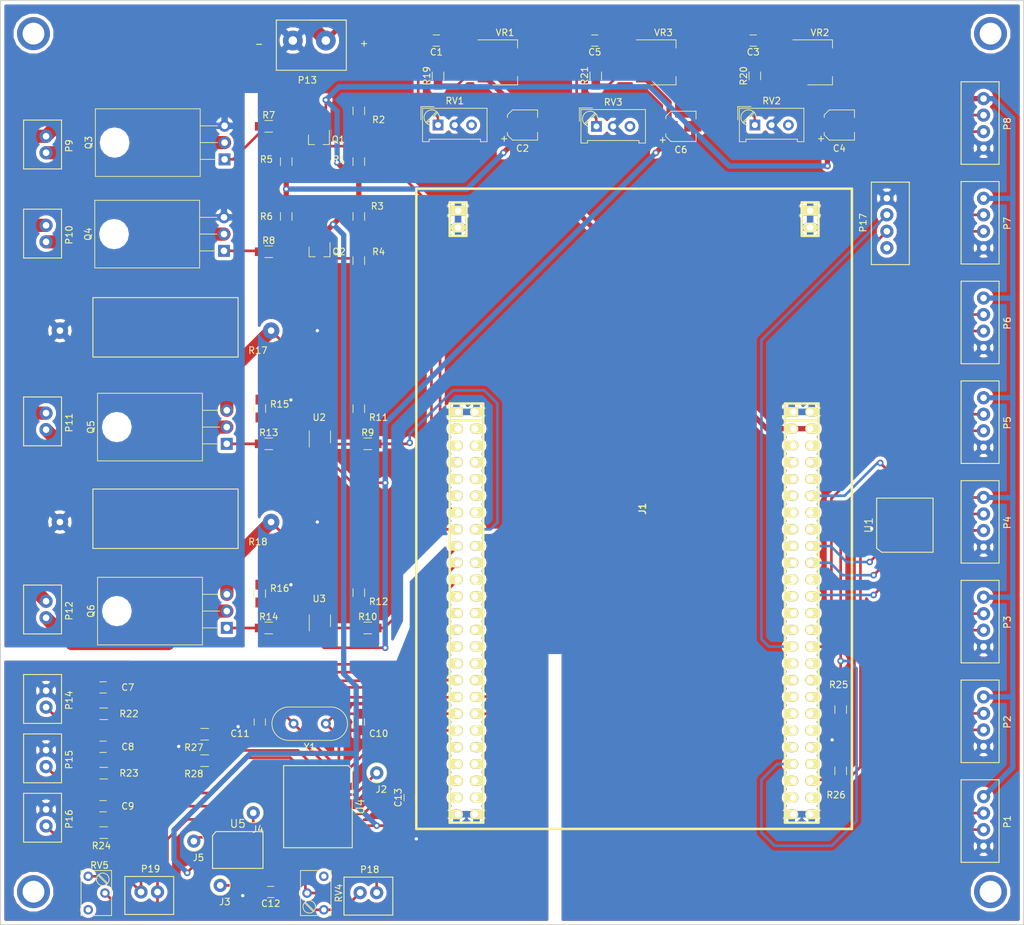
<source format=kicad_pcb>
(kicad_pcb (version 4) (host pcbnew 4.0.7)
  (title_block (title "Control Board") (rev 1.2) (company Skoltech))
  (layers (0 F.Cu signal) (31 B.Cu signal) (34 B.Paste user) (35 F.Paste user) (36 B.SilkS user) (37 F.SilkS user) (38 B.Mask user) (39 F.Mask user) (44 Edge.Cuts user))
  (net 0 "")
  (net 1 +12V)
  (net 2 GNDA)
  (net 3 +5V)
  (net 4 +3V3)
  (net 5 +9V)
  (net 6 /Stm32F4_Discovery/ADC_1)
  (net 7 /Stm32F4_Discovery/ADC_2)
  (net 8 /Stm32F4_Discovery/ADC_3)
  (net 9 "Net-(C10-Pad1)")
  (net 10 "Net-(C11-Pad1)")
  (net 11 "Net-(C12-Pad1)")
  (net 12 "Net-(J1-Pad53)")
  (net 13 "Net-(J1-Pad55)")
  (net 14 "/I2C switcher/SCL")
  (net 15 "/I2C switcher/A0")
  (net 16 "/I2C switcher/A1")
  (net 17 "/I2C switcher/~RESET_I2C")
  (net 18 "Net-(J1-Pad65)")
  (net 19 "Net-(J1-Pad67)")
  (net 20 "Net-(J1-Pad69)")
  (net 21 /Stm32F4_Discovery/UART_TX)
  (net 22 "Net-(J1-Pad73)")
  (net 23 "Net-(J1-Pad75)")
  (net 24 "Net-(J1-Pad77)")
  (net 25 "Net-(J1-Pad79)")
  (net 26 "Net-(J1-Pad81)")
  (net 27 "Net-(J1-Pad83)")
  (net 28 "Net-(J1-Pad85)")
  (net 29 "Net-(J1-Pad87)")
  (net 30 "Net-(J1-Pad89)")
  (net 31 "Net-(J1-Pad91)")
  (net 32 "Net-(J1-Pad93)")
  (net 33 "Net-(J1-Pad95)")
  (net 34 "Net-(J1-Pad96)")
  (net 35 "Net-(J1-Pad94)")
  (net 36 "Net-(J1-Pad92)")
  (net 37 "Net-(J1-Pad88)")
  (net 38 "Net-(J1-Pad86)")
  (net 39 "Net-(J1-Pad80)")
  (net 40 "Net-(J1-Pad76)")
  (net 41 "Net-(J1-Pad74)")
  (net 42 /Stm32F4_Discovery/UART_RX)
  (net 43 "Net-(J1-Pad70)")
  (net 44 "Net-(J1-Pad68)")
  (net 45 "Net-(J1-Pad66)")
  (net 46 "Net-(J1-Pad64)")
  (net 47 "Net-(J1-Pad62)")
  (net 48 "Net-(J1-Pad60)")
  (net 49 "/I2C switcher/A2")
  (net 50 "/I2C switcher/SDA")
  (net 51 "Net-(J1-Pad54)")
  (net 52 "Net-(J1-Pad48)")
  (net 53 "Net-(J1-Pad46)")
  (net 54 "Net-(J1-Pad44)")
  (net 55 "Net-(J1-Pad42)")
  (net 56 "Net-(J1-Pad40)")
  (net 57 /External_ADC/MISO)
  (net 58 /External_ADC/~DRDY)
  (net 59 "Net-(J1-Pad34)")
  (net 60 "Net-(J1-Pad32)")
  (net 61 "Net-(J1-Pad30)")
  (net 62 "Net-(J1-Pad28)")
  (net 63 "Net-(J1-Pad26)")
  (net 64 "Net-(J1-Pad24)")
  (net 65 "Net-(J1-Pad22)")
  (net 66 "Net-(J1-Pad20)")
  (net 67 "Net-(J1-Pad18)")
  (net 68 /Stm32F4_Discovery/DAC_1)
  (net 69 "Net-(J1-Pad14)")
  (net 70 "Net-(J1-Pad12)")
  (net 71 "Net-(J1-Pad10)")
  (net 72 "Net-(J1-Pad8)")
  (net 73 "Net-(J1-Pad6)")
  (net 74 "Net-(J1-Pad4)")
  (net 75 "Net-(J1-Pad3)")
  (net 76 "Net-(J1-Pad5)")
  (net 77 "Net-(J1-Pad7)")
  (net 78 "Net-(J1-Pad9)")
  (net 79 /Stm32F4_Discovery/PWM_1)
  (net 80 /Stm32F4_Discovery/PWM_2)
  (net 81 /Stm32F4_Discovery/DAC_2)
  (net 82 "Net-(J1-Pad23)")
  (net 83 "Net-(J1-Pad25)")
  (net 84 "Net-(J1-Pad27)")
  (net 85 "Net-(J1-Pad29)")
  (net 86 "Net-(J1-Pad31)")
  (net 87 /External_ADC/~RESET_ADC)
  (net 88 /External_ADC/~CS)
  (net 89 /External_ADC/SCLK)
  (net 90 /External_ADC/MOSI)
  (net 91 "Net-(J1-Pad41)")
  (net 92 "Net-(J1-Pad43)")
  (net 93 "Net-(J1-Pad45)")
  (net 94 "Net-(J1-Pad47)")
  (net 95 "Net-(J3-Pad1)")
  (net 96 "Net-(J4-Pad1)")
  (net 97 "Net-(J5-Pad1)")
  (net 98 "Net-(P9-Pad2)")
  (net 99 "Net-(P10-Pad2)")
  (net 100 "Net-(P11-Pad2)")
  (net 101 "Net-(P12-Pad2)")
  (net 102 "Net-(P14-Pad2)")
  (net 103 "Net-(P15-Pad2)")
  (net 104 "Net-(P16-Pad2)")
  (net 105 "Net-(P17-Pad1)")
  (net 106 "Net-(P18-Pad1)")
  (net 107 "Net-(P18-Pad2)")
  (net 108 "Net-(P19-Pad1)")
  (net 109 "Net-(P19-Pad2)")
  (net 110 "Net-(Q1-Pad2)")
  (net 111 "Net-(Q2-Pad2)")
  (net 112 "Net-(Q3-Pad1)")
  (net 113 "Net-(Q4-Pad1)")
  (net 114 "Net-(Q5-Pad1)")
  (net 115 "Net-(Q5-Pad3)")
  (net 116 "Net-(Q6-Pad1)")
  (net 117 "Net-(R21-Pad2)")
  (net 118 "Net-(RV1-Pad3)")
  (net 119 "Net-(RV2-Pad3)")
  (net 120 "Net-(RV3-Pad3)")
  (net 121 "Net-(RV4-Pad3)")
  (net 122 "Net-(RV5-Pad3)")
  (net 123 "Net-(U5-Pad7)")
  (net 124 "Net-(U5-Pad3)")
  (net 125 "Net-(R11-Pad2)")
  (net 126 "Net-(R10-Pad1)")
  (net 127 "Net-(R13-Pad2)")
  (net 128 "Net-(R14-Pad2)")
  (net 129 "Net-(R19-Pad2)")
  (net 130 "Net-(R20-Pad2)")
  (net 131 "Net-(Q6-Pad3)")
  (net 132 "/I2C switcher/SC0")
  (net 133 "/I2C switcher/SD0")
  (net 134 "/I2C switcher/SC1")
  (net 135 "/I2C switcher/SD1")
  (net 136 "/I2C switcher/SC2")
  (net 137 "/I2C switcher/SD2")
  (net 138 "/I2C switcher/SC3")
  (net 139 "/I2C switcher/SD3")
  (net 140 "/I2C switcher/SC4")
  (net 141 "/I2C switcher/SD4")
  (net 142 "/I2C switcher/SC5")
  (net 143 "/I2C switcher/SD5")
  (net 144 "/I2C switcher/SC6")
  (net 145 "/I2C switcher/SD6")
  (net 146 "/I2C switcher/SC7")
  (net 147 "/I2C switcher/SD7")
  (net 148 "Net-(J1-Pad59)")
  (net 149 "Net-(J1-Pad61)")
  (net 150 "Net-(J1-Pad63)")
  (net 151 "Net-(J1-Pad58)")
  (module Control_board_footprints:TO-220-3_Horizontal (layer F.Cu) (at 101.28 88.15 90)
    (fp_text reference Q5 (at 2.54 -20.58 90) (layer F.SilkS))
    (fp_text value IRF530N)
    (pad 0 np_thru_hole oval (at 2.54 -16.66 90) (size 3.5 3.5) (drill 3.5) (layers *.Cu *.Mask))
    (pad 1 thru_hole rect (at 0 0 90) (size 1.8 1.8) (drill 1) (layers *.Cu *.Mask) (net 114 "Net-(Q5-Pad1)"))
    (pad 2 thru_hole oval (at 2.54 0 90) (size 1.8 1.8) (drill 1) (layers *.Cu *.Mask) (net 100 "Net-(P11-Pad2)"))
    (pad 3 thru_hole oval (at 5.08 0 90) (size 1.8 1.8) (drill 1) (layers *.Cu *.Mask) (net 115 "Net-(Q5-Pad3)"))
  )
  (module Control_board_footprints:TO-220-3_Horizontal (layer F.Cu) (at 101.29 116.03 90)
    (fp_text reference Q6 (at 2.54 -20.58 90) (layer F.SilkS))
    (fp_text value IRF530N)
    (pad 0 np_thru_hole oval (at 2.54 -16.66 90) (size 3.5 3.5) (drill 3.5) (layers *.Cu *.Mask))
    (pad 1 thru_hole rect (at 0 0 90) (size 1.8 1.8) (drill 1) (layers *.Cu *.Mask) (net 116 "Net-(Q6-Pad1)"))
    (pad 2 thru_hole oval (at 2.54 0 90) (size 1.8 1.8) (drill 1) (layers *.Cu *.Mask) (net 101 "Net-(P12-Pad2)"))
    (pad 3 thru_hole oval (at 5.08 0 90) (size 1.8 1.8) (drill 1) (layers *.Cu *.Mask) (net 131 "Net-(Q6-Pad3)"))
  )
  (module Control_board_footprints:CWF-4 (layer F.Cu) (at 218.29 123.942852 270)
    (fp_text reference P2 (at 6.35 -1.25 270) (layer F.SilkS))
    (fp_text value CWF-4)
    (pad 1 thru_hole circle (at 2.55 2.35 270) (size 2 2) (drill 1) (layers *.Cu *.Mask) (net 4 +3V3))
    (pad 2 thru_hole circle (at 5.05 2.35 270) (size 2 2) (drill 1) (layers *.Cu *.Mask) (net 134 "/I2C switcher/SC1"))
    (pad 3 thru_hole circle (at 7.55 2.35 270) (size 2 2) (drill 1) (layers *.Cu *.Mask) (net 135 "/I2C switcher/SD1"))
    (pad 4 thru_hole circle (at 10.05 2.35 270) (size 2 2) (drill 1) (layers *.Cu *.Mask) (net 2 GNDA))
  )
  (module Control_board_footprints:Power_Connector (layer F.Cu) (at 118.79 31.55 180)
    (fp_text reference P13 (at 5.3 -1.5 180) (layer F.SilkS))
    (fp_text value Power_terminal)
    (fp_text user - (at 12.6 4 180) (layer F.SilkS))
    (fp_text user + (at -3.3 4.1 180) (layer F.SilkS))
    (pad 1 thru_hole circle (at 2.5 4.5 180) (size 3 3) (drill 1.3) (layers *.Cu *.Mask) (net 1 +12V))
    (pad 2 thru_hole circle (at 7.5 4.5 180) (size 3 3) (drill 1.3) (layers *.Cu *.Mask) (net 2 GNDA))
  )
  (module Capacitors_SMD:C_0805_HandSoldering (layer F.Cu) (at 133.04 27.05 180)
    (fp_text reference C1 (at 0 -1.75 180) (layer F.SilkS))
    (fp_text value "0.1 µF")
    (pad 1 smd rect (at -1.25 0 180) (size 1.5 1.25) (layers F.Cu F.Paste F.Mask) (net 1 +12V))
    (pad 2 smd rect (at 1.25 0 180) (size 1.5 1.25) (layers F.Cu F.Paste F.Mask) (net 2 GNDA))
  )
  (module Capacitors_SMD:CP_Elec_4x5.3 (layer F.Cu) (at 146.09 39.848)
    (fp_text reference C2 (at 0 3.54) (layer F.SilkS))
    (fp_text value "1 µF")
    (fp_text user + (at -2.77 2.01) (layer F.SilkS))
    (pad 1 smd rect (at -1.8 0 180) (size 2.6 1.6) (layers F.Cu F.Paste F.Mask) (net 3 +5V))
    (pad 2 smd rect (at 1.8 0 180) (size 2.6 1.6) (layers F.Cu F.Paste F.Mask) (net 2 GNDA))
  )
  (module Capacitors_SMD:C_0805_HandSoldering (layer F.Cu) (at 181.04 27.05 180)
    (fp_text reference C3 (at 0 -1.75 180) (layer F.SilkS))
    (fp_text value "0.1 µF")
    (pad 1 smd rect (at -1.25 0 180) (size 1.5 1.25) (layers F.Cu F.Paste F.Mask) (net 1 +12V))
    (pad 2 smd rect (at 1.25 0 180) (size 1.5 1.25) (layers F.Cu F.Paste F.Mask) (net 2 GNDA))
  )
  (module Capacitors_SMD:CP_Elec_4x5.3 (layer F.Cu) (at 194.09 39.848)
    (fp_text reference C4 (at 0 3.54) (layer F.SilkS))
    (fp_text value "1 µF")
    (fp_text user + (at -2.77 2.01) (layer F.SilkS))
    (pad 1 smd rect (at -1.8 0 180) (size 2.6 1.6) (layers F.Cu F.Paste F.Mask) (net 4 +3V3))
    (pad 2 smd rect (at 1.8 0 180) (size 2.6 1.6) (layers F.Cu F.Paste F.Mask) (net 2 GNDA))
  )
  (module Capacitors_SMD:C_0805_HandSoldering (layer F.Cu) (at 157.04 27.05 180)
    (fp_text reference C5 (at 0 -1.75 180) (layer F.SilkS))
    (fp_text value "0.1 µF")
    (pad 1 smd rect (at -1.25 0 180) (size 1.5 1.25) (layers F.Cu F.Paste F.Mask) (net 1 +12V))
    (pad 2 smd rect (at 1.25 0 180) (size 1.5 1.25) (layers F.Cu F.Paste F.Mask) (net 2 GNDA))
  )
  (module Capacitors_SMD:CP_Elec_4x5.3 (layer F.Cu) (at 170.09 40.05)
    (fp_text reference C6 (at 0 3.54) (layer F.SilkS))
    (fp_text value "1 µF")
    (fp_text user + (at -2.77 2.01) (layer F.SilkS))
    (pad 1 smd rect (at -1.8 0 180) (size 2.6 1.6) (layers F.Cu F.Paste F.Mask) (net 5 +9V))
    (pad 2 smd rect (at 1.8 0 180) (size 2.6 1.6) (layers F.Cu F.Paste F.Mask) (net 2 GNDA))
  )
  (module Capacitors_SMD:C_0805_HandSoldering (layer F.Cu) (at 82.54 125.05 180)
    (fp_text reference C7 (at -3.75 0 180) (layer F.SilkS))
    (fp_text value "0.15 µF")
    (pad 1 smd rect (at -1.25 0 180) (size 1.5 1.25) (layers F.Cu F.Paste F.Mask) (net 6 /Stm32F4_Discovery/ADC_1))
    (pad 2 smd rect (at 1.25 0 180) (size 1.5 1.25) (layers F.Cu F.Paste F.Mask) (net 2 GNDA))
  )
  (module Capacitors_SMD:C_0805_HandSoldering (layer F.Cu) (at 82.54 134.05 180)
    (fp_text reference C8 (at -3.75 0 180) (layer F.SilkS))
    (fp_text value "0.15 µF")
    (pad 1 smd rect (at -1.25 0 180) (size 1.5 1.25) (layers F.Cu F.Paste F.Mask) (net 7 /Stm32F4_Discovery/ADC_2))
    (pad 2 smd rect (at 1.25 0 180) (size 1.5 1.25) (layers F.Cu F.Paste F.Mask) (net 2 GNDA))
  )
  (module Capacitors_SMD:C_0805_HandSoldering (layer F.Cu) (at 82.54 143.05 180)
    (fp_text reference C9 (at -3.75 0 180) (layer F.SilkS))
    (fp_text value "0.15 µF")
    (pad 1 smd rect (at -1.25 0 180) (size 1.5 1.25) (layers F.Cu F.Paste F.Mask) (net 8 /Stm32F4_Discovery/ADC_3))
    (pad 2 smd rect (at 1.25 0 180) (size 1.5 1.25) (layers F.Cu F.Paste F.Mask) (net 2 GNDA))
  )
  (module Capacitors_SMD:C_0805_HandSoldering (layer F.Cu) (at 121.29 130.3 270)
    (fp_text reference C10 (at 1.75 -3 360) (layer F.SilkS))
    (fp_text value 30pF)
    (pad 1 smd rect (at -1.25 0 270) (size 1.5 1.25) (layers F.Cu F.Paste F.Mask) (net 9 "Net-(C10-Pad1)"))
    (pad 2 smd rect (at 1.25 0 270) (size 1.5 1.25) (layers F.Cu F.Paste F.Mask) (net 2 GNDA))
  )
  (module Capacitors_SMD:C_0805_HandSoldering (layer F.Cu) (at 106.29 130.3 270)
    (fp_text reference C11 (at 1.75 3 360) (layer F.SilkS))
    (fp_text value 30pF)
    (pad 1 smd rect (at -1.25 0 270) (size 1.5 1.25) (layers F.Cu F.Paste F.Mask) (net 10 "Net-(C11-Pad1)"))
    (pad 2 smd rect (at 1.25 0 270) (size 1.5 1.25) (layers F.Cu F.Paste F.Mask) (net 2 GNDA))
  )
  (module Capacitors_SMD:C_0805_HandSoldering (layer F.Cu) (at 107.94 156.05 180)
    (fp_text reference C12 (at 0 -1.75 180) (layer F.SilkS))
    (fp_text value 0.1μF)
    (pad 1 smd rect (at -1.25 0 180) (size 1.5 1.25) (layers F.Cu F.Paste F.Mask) (net 11 "Net-(C12-Pad1)"))
    (pad 2 smd rect (at 1.25 0 180) (size 1.5 1.25) (layers F.Cu F.Paste F.Mask) (net 2 GNDA))
  )
  (module Capacitors_SMD:C_0805_HandSoldering (layer F.Cu) (at 129 141.75 90)
    (fp_text reference C13 (at 0 -1.75 90) (layer F.SilkS))
    (fp_text value 0.1μF)
    (pad 1 smd rect (at -1.25 0 90) (size 1.5 1.25) (layers F.Cu F.Paste F.Mask) (net 4 +3V3))
    (pad 2 smd rect (at 1.25 0 90) (size 1.5 1.25) (layers F.Cu F.Paste F.Mask) (net 2 GNDA))
  )
  (module Control_board_footprints:stm32f4_discovery_header (layer F.Cu) (at 162.996 97.994 90)
    (fp_text reference J1 (at 0 1.27 90) (layer F.SilkS) (effects (font (size 1.016 1.016) (thickness 0.2032))))
    (fp_text value STM32F4_Discovery_Header hide)
    (pad 51 thru_hole rect (at 45.16 26.67 90) (size 1.5 2.2) (drill 1.00076) (layers *.Cu *.Mask F.SilkS) (net 2 GNDA))
    (pad 52 thru_hole oval (at 42.62 26.67 90) (size 1.5 2.2) (drill 1.00076) (layers *.Cu *.Mask F.SilkS) (net 2 GNDA))
    (pad 51 thru_hole oval (at -46.28 24.13 90) (size 1.5 2) (drill 0.99822 (offset 0 -0.25)) (layers *.Cu *.Mask F.SilkS) (net 2 GNDA))
    (pad 53 thru_hole oval (at -43.74 24.13 90) (size 1.5 2) (drill 0.99822 (offset 0 -0.25)) (layers *.Cu *.Mask F.SilkS) (net 12 "Net-(J1-Pad53)"))
    (pad 55 thru_hole oval (at -41.2 24.13 90) (size 1.5 2) (drill 0.99822 (offset 0 -0.25)) (layers *.Cu *.Mask F.SilkS) (net 13 "Net-(J1-Pad55)"))
    (pad 57 thru_hole oval (at -38.66 24.13 90) (size 1.5 2) (drill 0.99822 (offset 0 -0.25)) (layers *.Cu *.Mask F.SilkS) (net 14 "/I2C switcher/SCL"))
    (pad 59 thru_hole oval (at -36.12 24.13 90) (size 1.5 2) (drill 0.99822 (offset 0 -0.25)) (layers *.Cu *.Mask F.SilkS) (net 148 "Net-(J1-Pad59)"))
    (pad 61 thru_hole oval (at -33.58 24.13 90) (size 1.5 2) (drill 0.99822 (offset 0 -0.25)) (layers *.Cu *.Mask F.SilkS) (net 149 "Net-(J1-Pad61)"))
    (pad 63 thru_hole oval (at -31.04 24.13 90) (size 1.5 2) (drill 0.99822 (offset 0 -0.25)) (layers *.Cu *.Mask F.SilkS) (net 150 "Net-(J1-Pad63)"))
    (pad 65 thru_hole oval (at -28.5 24.13 90) (size 1.5 2) (drill 0.99822 (offset 0 -0.25)) (layers *.Cu *.Mask F.SilkS) (net 18 "Net-(J1-Pad65)"))
    (pad 67 thru_hole oval (at -25.96 24.13 90) (size 1.5 2) (drill 0.99822 (offset 0 -0.25)) (layers *.Cu *.Mask F.SilkS) (net 19 "Net-(J1-Pad67)"))
    (pad 69 thru_hole oval (at -23.42 24.13 90) (size 1.5 2) (drill 0.99822 (offset 0 -0.25)) (layers *.Cu *.Mask F.SilkS) (net 20 "Net-(J1-Pad69)"))
    (pad 71 thru_hole oval (at -20.88 24.13 90) (size 1.5 2) (drill 0.99822 (offset 0 -0.25)) (layers *.Cu *.Mask F.SilkS) (net 21 /Stm32F4_Discovery/UART_TX))
    (pad 73 thru_hole oval (at -18.34 24.13 90) (size 1.5 2) (drill 0.99822 (offset 0 -0.25)) (layers *.Cu *.Mask F.SilkS) (net 22 "Net-(J1-Pad73)"))
    (pad 75 thru_hole oval (at -15.8 24.13 90) (size 1.5 2) (drill 0.99822 (offset 0 -0.25)) (layers *.Cu *.Mask F.SilkS) (net 23 "Net-(J1-Pad75)"))
    (pad 77 thru_hole oval (at -13.26 24.13 90) (size 1.5 2) (drill 0.99822 (offset 0 -0.25)) (layers *.Cu *.Mask F.SilkS) (net 24 "Net-(J1-Pad77)"))
    (pad 79 thru_hole oval (at -10.72 24.13 90) (size 1.5 2) (drill 0.99822 (offset 0 -0.25)) (layers *.Cu *.Mask F.SilkS) (net 25 "Net-(J1-Pad79)"))
    (pad 81 thru_hole oval (at -8.18 24.13 90) (size 1.5 2) (drill 0.99822 (offset 0 -0.25)) (layers *.Cu *.Mask F.SilkS) (net 26 "Net-(J1-Pad81)"))
    (pad 83 thru_hole oval (at -5.64 24.13 90) (size 1.5 2) (drill 0.99822 (offset 0 -0.25)) (layers *.Cu *.Mask F.SilkS) (net 27 "Net-(J1-Pad83)"))
    (pad 85 thru_hole oval (at -3.1 24.13 90) (size 1.5 2) (drill 0.99822 (offset 0 -0.25)) (layers *.Cu *.Mask F.SilkS) (net 28 "Net-(J1-Pad85)"))
    (pad 87 thru_hole oval (at -0.56 24.13 90) (size 1.5 2) (drill 0.99822 (offset 0 -0.25)) (layers *.Cu *.Mask F.SilkS) (net 29 "Net-(J1-Pad87)"))
    (pad 89 thru_hole oval (at 1.98 24.13 90) (size 1.5 2) (drill 0.99822 (offset 0 -0.25)) (layers *.Cu *.Mask F.SilkS) (net 30 "Net-(J1-Pad89)"))
    (pad 91 thru_hole oval (at 4.52 24.13 90) (size 1.5 2) (drill 0.99822 (offset 0 -0.25)) (layers *.Cu *.Mask F.SilkS) (net 31 "Net-(J1-Pad91)"))
    (pad 93 thru_hole oval (at 7.06 24.13 90) (size 1.5 2) (drill 0.99822 (offset 0 -0.25)) (layers *.Cu *.Mask F.SilkS) (net 32 "Net-(J1-Pad93)"))
    (pad 95 thru_hole oval (at 9.6 24.13 90) (size 1.5 2) (drill 0.99822 (offset 0 -0.25)) (layers *.Cu *.Mask F.SilkS) (net 33 "Net-(J1-Pad95)"))
    (pad 97 thru_hole oval (at 12.14 24.13 90) (size 1.5 2) (drill 0.99822 (offset 0 -0.25)) (layers *.Cu *.Mask F.SilkS) (net 3 +5V))
    (pad 99 thru_hole rect (at 14.68 24.13 90) (size 1.5 2) (drill 1.00076 (offset 0 -0.25)) (layers *.Cu *.Mask F.SilkS) (net 2 GNDA))
    (pad 100 thru_hole oval (at 14.68 26.67 90) (size 1.5 2) (drill 1.00076 (offset 0 0.25)) (layers *.Cu *.Mask F.SilkS) (net 2 GNDA))
    (pad 98 thru_hole oval (at 12.14 26.67 90) (size 1.5 2) (drill 1.00076 (offset 0 0.25)) (layers *.Cu *.Mask F.SilkS) (net 3 +5V))
    (pad 96 thru_hole oval (at 9.6 26.67 90) (size 1.5 2) (drill 1.00076 (offset 0 0.25)) (layers *.Cu *.Mask F.SilkS) (net 34 "Net-(J1-Pad96)"))
    (pad 94 thru_hole oval (at 7.06 26.67 90) (size 1.5 2) (drill 1.00076 (offset 0 0.25)) (layers *.Cu *.Mask F.SilkS) (net 35 "Net-(J1-Pad94)"))
    (pad 92 thru_hole oval (at 4.52 26.67 90) (size 1.5 2) (drill 1.00076 (offset 0 0.25)) (layers *.Cu *.Mask F.SilkS) (net 36 "Net-(J1-Pad92)"))
    (pad 90 thru_hole oval (at 1.98 26.67 90) (size 1.5 2) (drill 1.00076 (offset 0 0.25)) (layers *.Cu *.Mask F.SilkS) (net 49 "/I2C switcher/A2"))
    (pad 88 thru_hole oval (at -0.56 26.67 90) (size 1.5 2) (drill 1.00076 (offset 0 0.25)) (layers *.Cu *.Mask F.SilkS) (net 37 "Net-(J1-Pad88)"))
    (pad 86 thru_hole oval (at -3.1 26.67 90) (size 1.5 2) (drill 1.00076 (offset 0 0.25)) (layers *.Cu *.Mask F.SilkS) (net 38 "Net-(J1-Pad86)"))
    (pad 84 thru_hole oval (at -5.64 26.67 90) (size 1.5 2) (drill 1.00076 (offset 0 0.25)) (layers *.Cu *.Mask F.SilkS) (net 15 "/I2C switcher/A0"))
    (pad 82 thru_hole oval (at -8.18 26.67 90) (size 1.5 2) (drill 1.00076 (offset 0 0.25)) (layers *.Cu *.Mask F.SilkS) (net 16 "/I2C switcher/A1"))
    (pad 80 thru_hole oval (at -10.72 26.67 90) (size 1.5 2) (drill 1.00076 (offset 0 0.25)) (layers *.Cu *.Mask F.SilkS) (net 39 "Net-(J1-Pad80)"))
    (pad 78 thru_hole oval (at -13.26 26.67 90) (size 1.5 2) (drill 1.00076 (offset 0 0.25)) (layers *.Cu *.Mask F.SilkS) (net 17 "/I2C switcher/~RESET_I2C"))
    (pad 76 thru_hole oval (at -15.8 26.67 90) (size 1.5 2) (drill 1.00076 (offset 0 0.25)) (layers *.Cu *.Mask F.SilkS) (net 40 "Net-(J1-Pad76)"))
    (pad 74 thru_hole oval (at -18.34 26.67 90) (size 1.5 2) (drill 1.00076 (offset 0 0.25)) (layers *.Cu *.Mask F.SilkS) (net 41 "Net-(J1-Pad74)"))
    (pad 72 thru_hole oval (at -20.88 26.67 90) (size 1.5 2) (drill 1.00076 (offset 0 0.25)) (layers *.Cu *.Mask F.SilkS) (net 42 /Stm32F4_Discovery/UART_RX))
    (pad 70 thru_hole oval (at -23.42 26.67 90) (size 1.5 2) (drill 1.00076 (offset 0 0.25)) (layers *.Cu *.Mask F.SilkS) (net 43 "Net-(J1-Pad70)"))
    (pad 68 thru_hole oval (at -25.96 26.67 90) (size 1.5 2) (drill 1.00076 (offset 0 0.25)) (layers *.Cu *.Mask F.SilkS) (net 44 "Net-(J1-Pad68)"))
    (pad 66 thru_hole oval (at -28.5 26.67 90) (size 1.5 2) (drill 1.00076 (offset 0 0.25)) (layers *.Cu *.Mask F.SilkS) (net 45 "Net-(J1-Pad66)"))
    (pad 64 thru_hole oval (at -31.04 26.67 90) (size 1.5 2) (drill 1.00076 (offset 0 0.25)) (layers *.Cu *.Mask F.SilkS) (net 46 "Net-(J1-Pad64)"))
    (pad 62 thru_hole oval (at -33.58 26.67 90) (size 1.5 2) (drill 1.00076 (offset 0 0.25)) (layers *.Cu *.Mask F.SilkS) (net 47 "Net-(J1-Pad62)"))
    (pad 60 thru_hole oval (at -36.12 26.67 90) (size 1.5 2) (drill 1.00076 (offset 0 0.25)) (layers *.Cu *.Mask F.SilkS) (net 48 "Net-(J1-Pad60)"))
    (pad 58 thru_hole oval (at -38.66 26.67 90) (size 1.5 2) (drill 1.00076 (offset 0 0.25)) (layers *.Cu *.Mask F.SilkS) (net 151 "Net-(J1-Pad58)"))
    (pad 56 thru_hole oval (at -41.2 26.67 90) (size 1.5 2) (drill 1.00076 (offset 0 0.25)) (layers *.Cu *.Mask F.SilkS) (net 50 "/I2C switcher/SDA"))
    (pad 54 thru_hole oval (at -43.74 26.67 90) (size 1.5 2) (drill 1.00076 (offset 0 0.25)) (layers *.Cu *.Mask F.SilkS) (net 51 "Net-(J1-Pad54)"))
    (pad 52 thru_hole oval (at -46.28 26.67 90) (size 1.5 2) (drill 1.00076 (offset 0 0.25)) (layers *.Cu *.Mask F.SilkS) (net 2 GNDA))
    (pad 50 thru_hole oval (at -46.28 -24.13 90) (size 1.5 2) (drill 1.00076 (offset 0 0.25)) (layers *.Cu *.Mask F.SilkS) (net 2 GNDA))
    (pad 48 thru_hole oval (at -43.74 -24.13 90) (size 1.5 2) (drill 1.00076 (offset 0 0.25)) (layers *.Cu *.Mask F.SilkS) (net 52 "Net-(J1-Pad48)"))
    (pad 46 thru_hole oval (at -41.2 -24.13 90) (size 1.5 2) (drill 1.00076 (offset 0 0.25)) (layers *.Cu *.Mask F.SilkS) (net 53 "Net-(J1-Pad46)"))
    (pad 44 thru_hole oval (at -38.66 -24.13 90) (size 1.5 2) (drill 1.00076 (offset 0 0.25)) (layers *.Cu *.Mask F.SilkS) (net 54 "Net-(J1-Pad44)"))
    (pad 42 thru_hole oval (at -36.12 -24.13 90) (size 1.5 2) (drill 1.00076 (offset 0 0.25)) (layers *.Cu *.Mask F.SilkS) (net 55 "Net-(J1-Pad42)"))
    (pad 40 thru_hole oval (at -33.58 -24.13 90) (size 1.5 2) (drill 1.00076 (offset 0 0.25)) (layers *.Cu *.Mask F.SilkS) (net 56 "Net-(J1-Pad40)"))
    (pad 38 thru_hole oval (at -31.04 -24.13 90) (size 1.5 2) (drill 1.00076 (offset 0 0.25)) (layers *.Cu *.Mask F.SilkS) (net 57 /External_ADC/MISO))
    (pad 36 thru_hole oval (at -28.5 -24.13 90) (size 1.5 2) (drill 1.00076 (offset 0 0.25)) (layers *.Cu *.Mask F.SilkS) (net 58 /External_ADC/~DRDY))
    (pad 34 thru_hole oval (at -25.96 -24.13 90) (size 1.5 2) (drill 1.00076 (offset 0 0.25)) (layers *.Cu *.Mask F.SilkS) (net 59 "Net-(J1-Pad34)"))
    (pad 32 thru_hole oval (at -23.42 -24.13 90) (size 1.5 2) (drill 1.00076 (offset 0 0.25)) (layers *.Cu *.Mask F.SilkS) (net 60 "Net-(J1-Pad32)"))
    (pad 30 thru_hole oval (at -20.88 -24.13 90) (size 1.5 2) (drill 1.00076 (offset 0 0.25)) (layers *.Cu *.Mask F.SilkS) (net 61 "Net-(J1-Pad30)"))
    (pad 28 thru_hole oval (at -18.34 -24.13 90) (size 1.5 2) (drill 1.00076 (offset 0 0.25)) (layers *.Cu *.Mask F.SilkS) (net 62 "Net-(J1-Pad28)"))
    (pad 26 thru_hole oval (at -15.8 -24.13 90) (size 1.5 2) (drill 1.00076 (offset 0 0.25)) (layers *.Cu *.Mask F.SilkS) (net 63 "Net-(J1-Pad26)"))
    (pad 24 thru_hole oval (at -13.26 -24.13 90) (size 1.5 2) (drill 1.00076 (offset 0 0.25)) (layers *.Cu *.Mask F.SilkS) (net 64 "Net-(J1-Pad24)"))
    (pad 22 thru_hole oval (at -10.72 -24.13 90) (size 1.5 2) (drill 1.00076 (offset 0 0.25)) (layers *.Cu *.Mask F.SilkS) (net 65 "Net-(J1-Pad22)"))
    (pad 20 thru_hole oval (at -8.18 -24.13 90) (size 1.5 2) (drill 1.00076 (offset 0 0.25)) (layers *.Cu *.Mask F.SilkS) (net 66 "Net-(J1-Pad20)"))
    (pad 18 thru_hole oval (at -5.64 -24.13 90) (size 1.5 2) (drill 1.00076 (offset 0 0.25)) (layers *.Cu *.Mask F.SilkS) (net 67 "Net-(J1-Pad18)"))
    (pad 16 thru_hole oval (at -3.1 -24.13 90) (size 1.5 2) (drill 1.00076 (offset 0 0.25)) (layers *.Cu *.Mask F.SilkS) (net 68 /Stm32F4_Discovery/DAC_1))
    (pad 14 thru_hole oval (at -0.56 -24.13 90) (size 1.5 2) (drill 1.00076 (offset 0 0.25)) (layers *.Cu *.Mask F.SilkS) (net 69 "Net-(J1-Pad14)"))
    (pad 12 thru_hole oval (at 1.98 -24.13 90) (size 1.5 2) (drill 1.00076 (offset 0 0.25)) (layers *.Cu *.Mask F.SilkS) (net 70 "Net-(J1-Pad12)"))
    (pad 10 thru_hole oval (at 4.52 -24.13 90) (size 1.5 2) (drill 1.00076 (offset 0 0.25)) (layers *.Cu *.Mask F.SilkS) (net 71 "Net-(J1-Pad10)"))
    (pad 8 thru_hole oval (at 7.06 -24.13 90) (size 1.5 2) (drill 1.00076 (offset 0 0.25)) (layers *.Cu *.Mask F.SilkS) (net 72 "Net-(J1-Pad8)"))
    (pad 6 thru_hole oval (at 9.6 -24.13 90) (size 1.5 2) (drill 1.00076 (offset 0 0.25)) (layers *.Cu *.Mask F.SilkS) (net 73 "Net-(J1-Pad6)"))
    (pad 4 thru_hole oval (at 12.14 -24.13 90) (size 1.5 2) (drill 1.00076 (offset 0 0.25)) (layers *.Cu *.Mask F.SilkS) (net 74 "Net-(J1-Pad4)"))
    (pad 2 thru_hole oval (at 14.68 -24.13 90) (size 1.5 2) (drill 1.00076 (offset 0 0.25)) (layers *.Cu *.Mask F.SilkS) (net 2 GNDA))
    (pad 1 thru_hole rect (at 14.68 -26.67 90) (size 1.5 2) (drill 1.00076 (offset 0 -0.25)) (layers *.Cu *.Mask F.SilkS) (net 2 GNDA))
    (pad 3 thru_hole oval (at 12.14 -26.67 90) (size 1.5 2) (drill 0.99822 (offset 0 -0.25)) (layers *.Cu *.Mask F.SilkS) (net 75 "Net-(J1-Pad3)"))
    (pad 5 thru_hole oval (at 9.6 -26.67 90) (size 1.5 2) (drill 0.99822 (offset 0 -0.25)) (layers *.Cu *.Mask F.SilkS) (net 76 "Net-(J1-Pad5)"))
    (pad 7 thru_hole oval (at 7.06 -26.67 90) (size 1.5 2) (drill 0.99822 (offset 0 -0.25)) (layers *.Cu *.Mask F.SilkS) (net 77 "Net-(J1-Pad7)"))
    (pad 9 thru_hole oval (at 4.52 -26.67 90) (size 1.5 2) (drill 0.99822 (offset 0 -0.25)) (layers *.Cu *.Mask F.SilkS) (net 78 "Net-(J1-Pad9)"))
    (pad 11 thru_hole oval (at 1.98 -26.67 90) (size 1.5 2) (drill 0.99822 (offset 0 -0.25)) (layers *.Cu *.Mask F.SilkS) (net 79 /Stm32F4_Discovery/PWM_1))
    (pad 13 thru_hole oval (at -0.56 -26.67 90) (size 1.5 2) (drill 0.99822 (offset 0 -0.25)) (layers *.Cu *.Mask F.SilkS) (net 80 /Stm32F4_Discovery/PWM_2))
    (pad 15 thru_hole oval (at -3.1 -26.67 90) (size 1.5 2) (drill 0.99822 (offset 0 -0.25)) (layers *.Cu *.Mask F.SilkS) (net 81 /Stm32F4_Discovery/DAC_2))
    (pad 17 thru_hole oval (at -5.64 -26.67 90) (size 1.5 2) (drill 0.99822 (offset 0 -0.25)) (layers *.Cu *.Mask F.SilkS) (net 6 /Stm32F4_Discovery/ADC_1))
    (pad 19 thru_hole oval (at -8.18 -26.67 90) (size 1.5 2) (drill 0.99822 (offset 0 -0.25)) (layers *.Cu *.Mask F.SilkS) (net 7 /Stm32F4_Discovery/ADC_2))
    (pad 21 thru_hole oval (at -10.72 -26.67 90) (size 1.5 2) (drill 0.99822 (offset 0 -0.25)) (layers *.Cu *.Mask F.SilkS) (net 8 /Stm32F4_Discovery/ADC_3))
    (pad 23 thru_hole oval (at -13.26 -26.67 90) (size 1.5 2) (drill 0.99822 (offset 0 -0.25)) (layers *.Cu *.Mask F.SilkS) (net 82 "Net-(J1-Pad23)"))
    (pad 25 thru_hole oval (at -15.8 -26.67 90) (size 1.5 2) (drill 0.99822 (offset 0 -0.25)) (layers *.Cu *.Mask F.SilkS) (net 83 "Net-(J1-Pad25)"))
    (pad 27 thru_hole oval (at -18.34 -26.67 90) (size 1.5 2) (drill 0.99822 (offset 0 -0.25)) (layers *.Cu *.Mask F.SilkS) (net 84 "Net-(J1-Pad27)"))
    (pad 29 thru_hole oval (at -20.88 -26.67 90) (size 1.5 2) (drill 0.99822 (offset 0 -0.25)) (layers *.Cu *.Mask F.SilkS) (net 85 "Net-(J1-Pad29)"))
    (pad 31 thru_hole oval (at -23.42 -26.67 90) (size 1.5 2) (drill 0.99822 (offset 0 -0.25)) (layers *.Cu *.Mask F.SilkS) (net 86 "Net-(J1-Pad31)"))
    (pad 33 thru_hole oval (at -25.96 -26.67 90) (size 1.5 2) (drill 0.99822 (offset 0 -0.25)) (layers *.Cu *.Mask F.SilkS) (net 87 /External_ADC/~RESET_ADC))
    (pad 35 thru_hole oval (at -28.5 -26.67 90) (size 1.5 2) (drill 0.99822 (offset 0 -0.25)) (layers *.Cu *.Mask F.SilkS) (net 88 /External_ADC/~CS))
    (pad 37 thru_hole oval (at -31.04 -26.67 90) (size 1.5 2) (drill 0.99822 (offset 0 -0.25)) (layers *.Cu *.Mask F.SilkS) (net 89 /External_ADC/SCLK))
    (pad 39 thru_hole oval (at -33.58 -26.67 90) (size 1.5 2) (drill 0.99822 (offset 0 -0.25)) (layers *.Cu *.Mask F.SilkS) (net 90 /External_ADC/MOSI))
    (pad 41 thru_hole oval (at -36.12 -26.67 90) (size 1.5 2) (drill 0.99822 (offset 0 -0.25)) (layers *.Cu *.Mask F.SilkS) (net 91 "Net-(J1-Pad41)"))
    (pad 43 thru_hole oval (at -38.66 -26.67 90) (size 1.5 2) (drill 0.99822 (offset 0 -0.25)) (layers *.Cu *.Mask F.SilkS) (net 92 "Net-(J1-Pad43)"))
    (pad 45 thru_hole oval (at -41.2 -26.67 90) (size 1.5 2) (drill 0.99822 (offset 0 -0.25)) (layers *.Cu *.Mask F.SilkS) (net 93 "Net-(J1-Pad45)"))
    (pad 47 thru_hole oval (at -43.74 -26.67 90) (size 1.5 2) (drill 0.99822 (offset 0 -0.25)) (layers *.Cu *.Mask F.SilkS) (net 94 "Net-(J1-Pad47)"))
    (pad 49 thru_hole oval (at -46.28 -26.67 90) (size 1.5 2) (drill 0.99822 (offset 0 -0.25)) (layers *.Cu *.Mask F.SilkS) (net 2 GNDA))
    (pad 50 thru_hole oval (at 42.62 -26.67 90) (size 1.5 2.2) (drill 1.00076) (layers *.Cu *.Mask F.SilkS) (net 2 GNDA))
    (pad 49 thru_hole rect (at 45.16 -26.67 90) (size 1.5 2.2) (drill 1.00076) (layers *.Cu *.Mask F.SilkS) (net 2 GNDA))
  )
  (module TestPoint:TestPoint_Loop_D2.50mm_Drill1.0mm (layer F.Cu) (at 124 138)
    (fp_text reference J2 (at 0.7 2.5) (layer F.SilkS))
    (fp_text value TEST_1P)
    (pad 1 thru_hole circle (at 0 0) (size 2 2) (drill 1) (layers *.Cu *.Mask) (net 11 "Net-(C12-Pad1)"))
  )
  (module TestPoint:TestPoint_Loop_D2.50mm_Drill1.0mm (layer F.Cu) (at 100.29 155.05)
    (fp_text reference J3 (at 0.7 2.5) (layer F.SilkS))
    (fp_text value TEST_1P)
    (pad 1 thru_hole circle (at 0 0) (size 2 2) (drill 1) (layers *.Cu *.Mask) (net 95 "Net-(J3-Pad1)"))
  )
  (module TestPoint:TestPoint_Loop_D2.50mm_Drill1.0mm (layer F.Cu) (at 105.29 144.05)
    (fp_text reference J4 (at 0.7 2.5) (layer F.SilkS))
    (fp_text value TEST_1P)
    (pad 1 thru_hole circle (at 0 0) (size 2 2) (drill 1) (layers *.Cu *.Mask) (net 96 "Net-(J4-Pad1)"))
  )
  (module TestPoint:TestPoint_Loop_D2.50mm_Drill1.0mm (layer F.Cu) (at 96.29 148.35)
    (fp_text reference J5 (at 0.7 2.5) (layer F.SilkS))
    (fp_text value TEST_1P)
    (pad 1 thru_hole circle (at 0 0) (size 2 2) (drill 1) (layers *.Cu *.Mask) (net 97 "Net-(J5-Pad1)"))
  )
  (module Control_board_footprints:CWF-2 (layer F.Cu) (at 76.25 39.1 270)
    (fp_text reference P9 (at 3.9 -1.15 270) (layer F.SilkS))
    (fp_text value CWF-2)
    (pad 1 thru_hole circle (at 2.45 2.35 270) (size 2 2) (drill 1) (layers *.Cu *.Mask) (net 1 +12V))
    (pad 2 thru_hole circle (at 4.95 2.35 270) (size 2 2) (drill 1) (layers *.Cu *.Mask) (net 98 "Net-(P9-Pad2)"))
  )
  (module Control_board_footprints:CWF-2 (layer F.Cu) (at 76.25 52.6 270)
    (fp_text reference P10 (at 3.9 -1.15 270) (layer F.SilkS))
    (fp_text value CWF-2)
    (pad 1 thru_hole circle (at 2.45 2.35 270) (size 2 2) (drill 1) (layers *.Cu *.Mask) (net 1 +12V))
    (pad 2 thru_hole circle (at 4.95 2.35 270) (size 2 2) (drill 1) (layers *.Cu *.Mask) (net 99 "Net-(P10-Pad2)"))
  )
  (module Control_board_footprints:CWF-2 (layer F.Cu) (at 76.25 81.05 270)
    (fp_text reference P11 (at 3.9 -1.15 270) (layer F.SilkS))
    (fp_text value CWF-2)
    (pad 1 thru_hole circle (at 2.45 2.35 270) (size 2 2) (drill 1) (layers *.Cu *.Mask) (net 1 +12V))
    (pad 2 thru_hole circle (at 4.95 2.35 270) (size 2 2) (drill 1) (layers *.Cu *.Mask) (net 100 "Net-(P11-Pad2)"))
  )
  (module Control_board_footprints:CWF-2 (layer F.Cu) (at 76.25 109.55 270)
    (fp_text reference P12 (at 3.9 -1.15 270) (layer F.SilkS))
    (fp_text value CWF-2)
    (pad 1 thru_hole circle (at 2.45 2.35 270) (size 2 2) (drill 1) (layers *.Cu *.Mask) (net 1 +12V))
    (pad 2 thru_hole circle (at 4.95 2.35 270) (size 2 2) (drill 1) (layers *.Cu *.Mask) (net 101 "Net-(P12-Pad2)"))
  )
  (module Control_board_footprints:CWF-2 (layer F.Cu) (at 76.25 123.1 270)
    (fp_text reference P14 (at 3.9 -1.15 270) (layer F.SilkS))
    (fp_text value CWF-2)
    (pad 1 thru_hole circle (at 2.45 2.35 270) (size 2 2) (drill 1) (layers *.Cu *.Mask) (net 2 GNDA))
    (pad 2 thru_hole circle (at 4.95 2.35 270) (size 2 2) (drill 1) (layers *.Cu *.Mask) (net 102 "Net-(P14-Pad2)"))
  )
  (module Control_board_footprints:CWF-2 (layer F.Cu) (at 76.25 132.1 270)
    (fp_text reference P15 (at 3.9 -1.15 270) (layer F.SilkS))
    (fp_text value CWF-2)
    (pad 1 thru_hole circle (at 2.45 2.35 270) (size 2 2) (drill 1) (layers *.Cu *.Mask) (net 2 GNDA))
    (pad 2 thru_hole circle (at 4.95 2.35 270) (size 2 2) (drill 1) (layers *.Cu *.Mask) (net 103 "Net-(P15-Pad2)"))
  )
  (module Control_board_footprints:CWF-2 (layer F.Cu) (at 76.25 141.1 270)
    (fp_text reference P16 (at 3.9 -1.15 270) (layer F.SilkS))
    (fp_text value CWF-2)
    (pad 1 thru_hole circle (at 2.45 2.35 270) (size 2 2) (drill 1) (layers *.Cu *.Mask) (net 2 GNDA))
    (pad 2 thru_hole circle (at 4.95 2.35 270) (size 2 2) (drill 1) (layers *.Cu *.Mask) (net 104 "Net-(P16-Pad2)"))
  )
  (module Control_board_footprints:CWF-2 (layer F.Cu) (at 119.04 153.8)
    (fp_text reference P18 (at 3.9 -1.15) (layer F.SilkS))
    (fp_text value CWF-2)
    (pad 1 thru_hole circle (at 2.45 2.35) (size 2 2) (drill 1) (layers *.Cu *.Mask) (net 106 "Net-(P18-Pad1)"))
    (pad 2 thru_hole circle (at 4.95 2.35) (size 2 2) (drill 1) (layers *.Cu *.Mask) (net 107 "Net-(P18-Pad2)"))
  )
  (module Control_board_footprints:CWF-2 (layer F.Cu) (at 85.84 153.7)
    (fp_text reference P19 (at 3.9 -1.15) (layer F.SilkS))
    (fp_text value CWF-2)
    (pad 1 thru_hole circle (at 2.45 2.35) (size 2 2) (drill 1) (layers *.Cu *.Mask) (net 108 "Net-(P19-Pad1)"))
    (pad 2 thru_hole circle (at 4.95 2.35) (size 2 2) (drill 1) (layers *.Cu *.Mask) (net 109 "Net-(P19-Pad2)"))
  )
  (module TO_SOT_Packages_SMD:SOT-23 (layer F.Cu) (at 115.24 42.05 270)
    (fp_text reference Q1 (at 0 -2.95 540) (layer F.SilkS))
    (fp_text value IRFML8244)
    (pad 1 smd rect (at -1 -0.95 270) (size 0.9 0.8) (layers F.Cu F.Paste F.Mask) (net 4 +3V3))
    (pad 2 smd rect (at -1 0.95 270) (size 0.9 0.8) (layers F.Cu F.Paste F.Mask) (net 110 "Net-(Q1-Pad2)"))
    (pad 3 smd rect (at 1 0 270) (size 0.9 0.8) (layers F.Cu F.Paste F.Mask) (net 79 /Stm32F4_Discovery/PWM_1))
  )
  (module TO_SOT_Packages_SMD:SOT-23 (layer F.Cu) (at 115.34 59.05 270)
    (fp_text reference Q2 (at 0 -2.95 540) (layer F.SilkS))
    (fp_text value IRFML8244)
    (pad 1 smd rect (at -1 -0.95 270) (size 0.9 0.8) (layers F.Cu F.Paste F.Mask) (net 4 +3V3))
    (pad 2 smd rect (at -1 0.95 270) (size 0.9 0.8) (layers F.Cu F.Paste F.Mask) (net 111 "Net-(Q2-Pad2)"))
    (pad 3 smd rect (at 1 0 270) (size 0.9 0.8) (layers F.Cu F.Paste F.Mask) (net 80 /Stm32F4_Discovery/PWM_2))
  )
  (module Control_board_footprints:TO-220-3_Horizontal (layer F.Cu) (at 100.95 45.05 90)
    (fp_text reference Q3 (at 2.54 -20.58 90) (layer F.SilkS))
    (fp_text value IRF530N)
    (pad 0 np_thru_hole oval (at 2.54 -16.66 90) (size 3.5 3.5) (drill 3.5) (layers *.Cu *.Mask))
    (pad 1 thru_hole rect (at 0 0 90) (size 1.8 1.8) (drill 1) (layers *.Cu *.Mask) (net 112 "Net-(Q3-Pad1)"))
    (pad 2 thru_hole oval (at 2.54 0 90) (size 1.8 1.8) (drill 1) (layers *.Cu *.Mask) (net 98 "Net-(P9-Pad2)"))
    (pad 3 thru_hole oval (at 5.08 0 90) (size 1.8 1.8) (drill 1) (layers *.Cu *.Mask) (net 2 GNDA))
  )
  (module Control_board_footprints:TO-220-3_Horizontal (layer F.Cu) (at 100.86 58.914 90)
    (fp_text reference Q4 (at 2.54 -20.58 90) (layer F.SilkS))
    (fp_text value IRF530N)
    (pad 0 np_thru_hole oval (at 2.54 -16.66 90) (size 3.5 3.5) (drill 3.5) (layers *.Cu *.Mask))
    (pad 1 thru_hole rect (at 0 0 90) (size 1.8 1.8) (drill 1) (layers *.Cu *.Mask) (net 113 "Net-(Q4-Pad1)"))
    (pad 2 thru_hole oval (at 2.54 0 90) (size 1.8 1.8) (drill 1) (layers *.Cu *.Mask) (net 99 "Net-(P10-Pad2)"))
    (pad 3 thru_hole oval (at 5.08 0 90) (size 1.8 1.8) (drill 1) (layers *.Cu *.Mask) (net 2 GNDA))
  )
  (module Resistors_SMD:R_0805_HandSoldering (layer F.Cu) (at 121.29 45.4 270)
    (fp_text reference R1 (at -0.35 3 540) (layer F.SilkS))
    (fp_text value 10k)
    (pad 1 smd rect (at -1.35 0 270) (size 1.5 1.3) (layers F.Cu F.Paste F.Mask) (net 79 /Stm32F4_Discovery/PWM_1))
    (pad 2 smd rect (at 1.35 0 270) (size 1.5 1.3) (layers F.Cu F.Paste F.Mask) (net 4 +3V3))
  )
  (module Resistors_SMD:R_0805_HandSoldering (layer F.Cu) (at 121.29 37.7 270)
    (fp_text reference R2 (at 1.35 -3 360) (layer F.SilkS))
    (fp_text value 1k)
    (pad 1 smd rect (at -1.35 0 270) (size 1.5 1.3) (layers F.Cu F.Paste F.Mask) (net 2 GNDA))
    (pad 2 smd rect (at 1.35 0 270) (size 1.5 1.3) (layers F.Cu F.Paste F.Mask) (net 79 /Stm32F4_Discovery/PWM_1))
  )
  (module Resistors_SMD:R_0805_HandSoldering (layer F.Cu) (at 121.29 53.7 90)
    (fp_text reference R3 (at 1.55 2.8 360) (layer F.SilkS))
    (fp_text value 10k)
    (pad 1 smd rect (at -1.35 0 90) (size 1.5 1.3) (layers F.Cu F.Paste F.Mask) (net 80 /Stm32F4_Discovery/PWM_2))
    (pad 2 smd rect (at 1.35 0 90) (size 1.5 1.3) (layers F.Cu F.Paste F.Mask) (net 4 +3V3))
  )
  (module Resistors_SMD:R_0805_HandSoldering (layer F.Cu) (at 121.29 60.4 90)
    (fp_text reference R4 (at 1.35 3 180) (layer F.SilkS))
    (fp_text value 1k)
    (pad 1 smd rect (at -1.35 0 90) (size 1.5 1.3) (layers F.Cu F.Paste F.Mask) (net 2 GNDA))
    (pad 2 smd rect (at 1.35 0 90) (size 1.5 1.3) (layers F.Cu F.Paste F.Mask) (net 80 /Stm32F4_Discovery/PWM_2))
  )
  (module Resistors_SMD:R_0805_HandSoldering (layer F.Cu) (at 110.29 45.4 270)
    (fp_text reference R5 (at -0.35 3 360) (layer F.SilkS))
    (fp_text value 10k)
    (pad 1 smd rect (at -1.35 0 270) (size 1.5 1.3) (layers F.Cu F.Paste F.Mask) (net 110 "Net-(Q1-Pad2)"))
    (pad 2 smd rect (at 1.35 0 270) (size 1.5 1.3) (layers F.Cu F.Paste F.Mask) (net 3 +5V))
  )
  (module Resistors_SMD:R_0805_HandSoldering (layer F.Cu) (at 110.29 53.7 90)
    (fp_text reference R6 (at 0 -3 180) (layer F.SilkS))
    (fp_text value 10k)
    (pad 1 smd rect (at -1.35 0 90) (size 1.5 1.3) (layers F.Cu F.Paste F.Mask) (net 111 "Net-(Q2-Pad2)"))
    (pad 2 smd rect (at 1.35 0 90) (size 1.5 1.3) (layers F.Cu F.Paste F.Mask) (net 3 +5V))
  )
  (module Resistors_SMD:R_0805_HandSoldering (layer F.Cu) (at 107.64 40.05)
    (fp_text reference R7 (at 0 -1.7) (layer F.SilkS))
    (fp_text value 10k)
    (pad 1 smd rect (at -1.35 0) (size 1.5 1.3) (layers F.Cu F.Paste F.Mask) (net 112 "Net-(Q3-Pad1)"))
    (pad 2 smd rect (at 1.35 0) (size 1.5 1.3) (layers F.Cu F.Paste F.Mask) (net 110 "Net-(Q1-Pad2)"))
  )
  (module Resistors_SMD:R_0805_HandSoldering (layer F.Cu) (at 107.64 59.05)
    (fp_text reference R8 (at 0 -1.7) (layer F.SilkS))
    (fp_text value 10k)
    (pad 1 smd rect (at -1.35 0) (size 1.5 1.3) (layers F.Cu F.Paste F.Mask) (net 113 "Net-(Q4-Pad1)"))
    (pad 2 smd rect (at 1.35 0) (size 1.5 1.3) (layers F.Cu F.Paste F.Mask) (net 111 "Net-(Q2-Pad2)"))
  )
  (module Resistors_SMD:R_0805_HandSoldering (layer F.Cu) (at 121.29 82.826 270)
    (fp_text reference R11 (at 1.324 -3 360) (layer F.SilkS))
    (fp_text value 100k)
    (pad 1 smd rect (at -1.35 0 270) (size 1.5 1.3) (layers F.Cu F.Paste F.Mask) (net 2 GNDA))
    (pad 2 smd rect (at 1.35 0 270) (size 1.5 1.3) (layers F.Cu F.Paste F.Mask) (net 125 "Net-(R11-Pad2)"))
  )
  (module Resistors_SMD:R_0805_HandSoldering (layer F.Cu) (at 121.29 110.7 270)
    (fp_text reference R12 (at 1.35 -3 360) (layer F.SilkS))
    (fp_text value 100k)
    (pad 1 smd rect (at -1.35 0 270) (size 1.5 1.3) (layers F.Cu F.Paste F.Mask) (net 2 GNDA))
    (pad 2 smd rect (at 1.35 0 270) (size 1.5 1.3) (layers F.Cu F.Paste F.Mask) (net 126 "Net-(R10-Pad1)"))
  )
  (module Resistors_SMD:R_0805_HandSoldering (layer F.Cu) (at 107.64 88.15)
    (fp_text reference R13 (at 0 -1.7) (layer F.SilkS))
    (fp_text value 10k)
    (pad 1 smd rect (at -1.35 0) (size 1.5 1.3) (layers F.Cu F.Paste F.Mask) (net 114 "Net-(Q5-Pad1)"))
    (pad 2 smd rect (at 1.35 0) (size 1.5 1.3) (layers F.Cu F.Paste F.Mask) (net 127 "Net-(R13-Pad2)"))
  )
  (module Resistors_SMD:R_0805_HandSoldering (layer F.Cu) (at 107.64 116.05)
    (fp_text reference R14 (at 0 -1.7) (layer F.SilkS))
    (fp_text value 10k)
    (pad 1 smd rect (at -1.35 0) (size 1.5 1.3) (layers F.Cu F.Paste F.Mask) (net 116 "Net-(Q6-Pad1)"))
    (pad 2 smd rect (at 1.35 0) (size 1.5 1.3) (layers F.Cu F.Paste F.Mask) (net 128 "Net-(R14-Pad2)"))
  )
  (module Resistors_SMD:R_0805_HandSoldering (layer F.Cu) (at 106.29 82.8 90)
    (fp_text reference R15 (at 0.65 3 180) (layer F.SilkS))
    (fp_text value 100k)
    (pad 1 smd rect (at -1.35 0 90) (size 1.5 1.3) (layers F.Cu F.Paste F.Mask) (net 114 "Net-(Q5-Pad1)"))
    (pad 2 smd rect (at 1.35 0 90) (size 1.5 1.3) (layers F.Cu F.Paste F.Mask) (net 2 GNDA))
  )
  (module Resistors_SMD:R_0805_HandSoldering (layer F.Cu) (at 106.274 110.842 90)
    (fp_text reference R16 (at 0.792 3.016 180) (layer F.SilkS))
    (fp_text value 100k)
    (pad 1 smd rect (at -1.35 0 90) (size 1.5 1.3) (layers F.Cu F.Paste F.Mask) (net 116 "Net-(Q6-Pad1)"))
    (pad 2 smd rect (at 1.35 0 90) (size 1.5 1.3) (layers F.Cu F.Paste F.Mask) (net 2 GNDA))
  )
  (module Resistors_SMD:R_0805_HandSoldering (layer F.Cu) (at 157.19 32.4 90)
    (fp_text reference R21 (at 0 -1.7 90) (layer F.SilkS))
    (fp_text value 240)
    (pad 1 smd rect (at -1.35 0 90) (size 1.5 1.3) (layers F.Cu F.Paste F.Mask) (net 5 +9V))
    (pad 2 smd rect (at 1.35 0 90) (size 1.5 1.3) (layers F.Cu F.Paste F.Mask) (net 117 "Net-(R21-Pad2)"))
  )
  (module Resistors_SMD:R_0805_HandSoldering (layer F.Cu) (at 82.64 129.05 180)
    (fp_text reference R22 (at -3.828 0 180) (layer F.SilkS))
    (fp_text value 1k)
    (pad 1 smd rect (at -1.35 0 180) (size 1.5 1.3) (layers F.Cu F.Paste F.Mask) (net 6 /Stm32F4_Discovery/ADC_1))
    (pad 2 smd rect (at 1.35 0 180) (size 1.5 1.3) (layers F.Cu F.Paste F.Mask) (net 102 "Net-(P14-Pad2)"))
  )
  (module Resistors_SMD:R_0805_HandSoldering (layer F.Cu) (at 82.64 138.05 180)
    (fp_text reference R23 (at -3.828 0 360) (layer F.SilkS))
    (fp_text value 1k)
    (pad 1 smd rect (at -1.35 0 180) (size 1.5 1.3) (layers F.Cu F.Paste F.Mask) (net 7 /Stm32F4_Discovery/ADC_2))
    (pad 2 smd rect (at 1.35 0 180) (size 1.5 1.3) (layers F.Cu F.Paste F.Mask) (net 103 "Net-(P15-Pad2)"))
  )
  (module Resistors_SMD:R_0805_HandSoldering (layer F.Cu) (at 82.64 147.05 180)
    (fp_text reference R24 (at 0.35 -2 180) (layer F.SilkS))
    (fp_text value 1k)
    (pad 1 smd rect (at -1.35 0 180) (size 1.5 1.3) (layers F.Cu F.Paste F.Mask) (net 8 /Stm32F4_Discovery/ADC_3))
    (pad 2 smd rect (at 1.35 0 180) (size 1.5 1.3) (layers F.Cu F.Paste F.Mask) (net 104 "Net-(P16-Pad2)"))
  )
  (module Resistors_SMD:R_0805_HandSoldering (layer F.Cu) (at 194.29 128.4 270)
    (fp_text reference R25 (at -3.75 0.3 360) (layer F.SilkS))
    (fp_text value 1k)
    (pad 1 smd rect (at -1.35 0 270) (size 1.5 1.3) (layers F.Cu F.Paste F.Mask) (net 14 "/I2C switcher/SCL"))
    (pad 2 smd rect (at 1.35 0 270) (size 1.5 1.3) (layers F.Cu F.Paste F.Mask) (net 2 GNDA))
  )
  (module Resistors_SMD:R_0805_HandSoldering (layer F.Cu) (at 194.29 137.7 90)
    (fp_text reference R26 (at -3.65 -0.7 180) (layer F.SilkS))
    (fp_text value 1k)
    (pad 1 smd rect (at -1.35 0 90) (size 1.5 1.3) (layers F.Cu F.Paste F.Mask) (net 50 "/I2C switcher/SDA"))
    (pad 2 smd rect (at 1.35 0 90) (size 1.5 1.3) (layers F.Cu F.Paste F.Mask) (net 2 GNDA))
  )
  (module Resistors_SMD:R_0805_HandSoldering (layer F.Cu) (at 97.94 132.15 180)
    (fp_text reference R27 (at 1.65 -2 180) (layer F.SilkS))
    (fp_text value 1k)
    (pad 1 smd rect (at -1.35 0 180) (size 1.5 1.3) (layers F.Cu F.Paste F.Mask) (net 88 /External_ADC/~CS))
    (pad 2 smd rect (at 1.35 0 180) (size 1.5 1.3) (layers F.Cu F.Paste F.Mask) (net 2 GNDA))
  )
  (module Resistors_SMD:R_0805_HandSoldering (layer F.Cu) (at 97.94 136.15 180)
    (fp_text reference R28 (at 1.65 -2 180) (layer F.SilkS))
    (fp_text value 1k)
    (pad 1 smd rect (at -1.35 0 180) (size 1.5 1.3) (layers F.Cu F.Paste F.Mask) (net 87 /External_ADC/~RESET_ADC))
    (pad 2 smd rect (at 1.35 0 180) (size 1.5 1.3) (layers F.Cu F.Paste F.Mask) (net 2 GNDA))
  )
  (module Control_board_footprints:Potentiometer_Trimmer_Bourns_PV36W (layer F.Cu) (at 133.29 39.848)
    (fp_text reference RV1 (at 2.54 -3.66) (layer F.SilkS))
    (fp_text value 5k)
    (pad 1 thru_hole rect (at 0 0 180) (size 1.62 1.62) (drill 0.9) (layers *.Cu *.Mask) (net 129 "Net-(R19-Pad2)"))
    (pad 2 thru_hole circle (at 2.54 0 180) (size 1.62 1.62) (drill 0.9) (layers *.Cu *.Mask) (net 2 GNDA))
    (pad 3 thru_hole circle (at 5.08 0 180) (size 1.62 1.62) (drill 0.9) (layers *.Cu *.Mask) (net 118 "Net-(RV1-Pad3)"))
  )
  (module Control_board_footprints:Potentiometer_Trimmer_Bourns_PV36W (layer F.Cu) (at 181.29 39.848)
    (fp_text reference RV2 (at 2.54 -3.66) (layer F.SilkS))
    (fp_text value 5k)
    (pad 1 thru_hole rect (at 0 0 180) (size 1.62 1.62) (drill 0.9) (layers *.Cu *.Mask) (net 130 "Net-(R20-Pad2)"))
    (pad 2 thru_hole circle (at 2.54 0 180) (size 1.62 1.62) (drill 0.9) (layers *.Cu *.Mask) (net 2 GNDA))
    (pad 3 thru_hole circle (at 5.08 0 180) (size 1.62 1.62) (drill 0.9) (layers *.Cu *.Mask) (net 119 "Net-(RV2-Pad3)"))
  )
  (module Control_board_footprints:Potentiometer_Trimmer_Bourns_PV36W (layer F.Cu) (at 157.29 40.05)
    (fp_text reference RV3 (at 2.54 -3.66) (layer F.SilkS))
    (fp_text value 5k)
    (pad 1 thru_hole rect (at 0 0 180) (size 1.62 1.62) (drill 0.9) (layers *.Cu *.Mask) (net 117 "Net-(R21-Pad2)"))
    (pad 2 thru_hole circle (at 2.54 0 180) (size 1.62 1.62) (drill 0.9) (layers *.Cu *.Mask) (net 2 GNDA))
    (pad 3 thru_hole circle (at 5.08 0 180) (size 1.62 1.62) (drill 0.9) (layers *.Cu *.Mask) (net 120 "Net-(RV3-Pad3)"))
  )
  (module Control_board_footprints:Potentiometer_Trimmer_Bourns_3266W (layer F.Cu) (at 115.99 158.75 270)
    (fp_text reference RV4 (at -2.54 -2.27 270) (layer F.SilkS))
    (fp_text value "10 ")
    (pad 1 thru_hole circle (at 0 0 270) (size 1.44 1.44) (drill 0.8) (layers *.Cu *.Mask) (net 106 "Net-(P18-Pad1)"))
    (pad 2 thru_hole circle (at -2.54 2.54 270) (size 1.44 1.44) (drill 0.8) (layers *.Cu *.Mask) (net 107 "Net-(P18-Pad2)"))
    (pad 3 thru_hole circle (at -5.08 0 270) (size 1.44 1.44) (drill 0.8) (layers *.Cu *.Mask) (net 121 "Net-(RV4-Pad3)"))
  )
  (module Control_board_footprints:Potentiometer_Trimmer_Bourns_3266W (layer F.Cu) (at 80.29 153.67 90)
    (fp_text reference RV5 (at 1.67 1.71 180) (layer F.SilkS))
    (fp_text value 10)
    (pad 1 thru_hole circle (at 0 0 90) (size 1.44 1.44) (drill 0.8) (layers *.Cu *.Mask) (net 108 "Net-(P19-Pad1)"))
    (pad 2 thru_hole circle (at -2.54 2.54 90) (size 1.44 1.44) (drill 0.8) (layers *.Cu *.Mask) (net 109 "Net-(P19-Pad2)"))
    (pad 3 thru_hole circle (at -5.08 0 90) (size 1.44 1.44) (drill 0.8) (layers *.Cu *.Mask) (net 122 "Net-(RV5-Pad3)"))
  )
  (module Control_board_footprints:SOT-23-5 (layer F.Cu) (at 115.39 87.1 90)
    (fp_text reference U2 (at 2.95 -0.1 180) (layer F.SilkS))
    (fp_text value LMC7101)
    (pad 1 smd rect (at -1.1 -0.95 90) (size 1.06 0.65) (layers F.Cu F.Paste F.Mask) (net 127 "Net-(R13-Pad2)"))
    (pad 2 smd rect (at -1.1 0 90) (size 1.06 0.65) (layers F.Cu F.Paste F.Mask) (net 5 +9V))
    (pad 3 smd rect (at -1.1 0.95 90) (size 1.06 0.65) (layers F.Cu F.Paste F.Mask) (net 125 "Net-(R11-Pad2)"))
    (pad 4 smd rect (at 1.1 0.95 90) (size 1.06 0.65) (layers F.Cu F.Paste F.Mask) (net 115 "Net-(Q5-Pad3)"))
    (pad 5 smd rect (at 1.1 -0.95 90) (size 1.06 0.65) (layers F.Cu F.Paste F.Mask) (net 2 GNDA))
  )
  (module Control_board_footprints:SOT-23-5 (layer F.Cu) (at 115.39 114.95 90)
    (fp_text reference U3 (at 3.334 -0.1 180) (layer F.SilkS))
    (fp_text value LMC7101)
    (pad 1 smd rect (at -1.1 -0.95 90) (size 1.06 0.65) (layers F.Cu F.Paste F.Mask) (net 128 "Net-(R14-Pad2)"))
    (pad 2 smd rect (at -1.1 0 90) (size 1.06 0.65) (layers F.Cu F.Paste F.Mask) (net 5 +9V))
    (pad 3 smd rect (at -1.1 0.95 90) (size 1.06 0.65) (layers F.Cu F.Paste F.Mask) (net 126 "Net-(R10-Pad1)"))
    (pad 4 smd rect (at 1.1 0.95 90) (size 1.06 0.65) (layers F.Cu F.Paste F.Mask) (net 131 "Net-(Q6-Pad3)"))
    (pad 5 smd rect (at 1.1 -0.95 90) (size 1.06 0.65) (layers F.Cu F.Paste F.Mask) (net 2 GNDA))
  )
  (module Control_board_footprints:SOT-223 (layer F.Cu) (at 143.44 30.35)
    (fp_text reference VR1 (at 0 -4.5) (layer F.SilkS))
    (fp_text value LM317A)
    (pad 4 smd rect (at 3.15 0) (size 2 3.8) (layers F.Cu F.Paste F.Mask))
    (pad 2 smd rect (at -3.15 0) (size 2 1.5) (layers F.Cu F.Paste F.Mask) (net 129 "Net-(R19-Pad2)"))
    (pad 3 smd rect (at -3.15 2.3) (size 2 1.5) (layers F.Cu F.Paste F.Mask) (net 3 +5V))
    (pad 1 smd rect (at -3.15 -2.3) (size 2 1.5) (layers F.Cu F.Paste F.Mask) (net 1 +12V))
  )
  (module Control_board_footprints:SOT-223 (layer F.Cu) (at 191.14 30.35)
    (fp_text reference VR2 (at 0 -4.5) (layer F.SilkS))
    (fp_text value LM317A)
    (pad 4 smd rect (at 3.15 0) (size 2 3.8) (layers F.Cu F.Paste F.Mask))
    (pad 2 smd rect (at -3.15 0) (size 2 1.5) (layers F.Cu F.Paste F.Mask) (net 130 "Net-(R20-Pad2)"))
    (pad 3 smd rect (at -3.15 2.3) (size 2 1.5) (layers F.Cu F.Paste F.Mask) (net 4 +3V3))
    (pad 1 smd rect (at -3.15 -2.3) (size 2 1.5) (layers F.Cu F.Paste F.Mask) (net 1 +12V))
  )
  (module Control_board_footprints:SOT-223 (layer F.Cu) (at 167.44 30.35)
    (fp_text reference VR3 (at 0 -4.5) (layer F.SilkS))
    (fp_text value LM317A)
    (pad 4 smd rect (at 3.15 0) (size 2 3.8) (layers F.Cu F.Paste F.Mask))
    (pad 2 smd rect (at -3.15 0) (size 2 1.5) (layers F.Cu F.Paste F.Mask) (net 117 "Net-(R21-Pad2)"))
    (pad 3 smd rect (at -3.15 2.3) (size 2 1.5) (layers F.Cu F.Paste F.Mask) (net 5 +9V))
    (pad 1 smd rect (at -3.15 -2.3) (size 2 1.5) (layers F.Cu F.Paste F.Mask) (net 1 +12V))
  )
  (module Control_board_footprints:Crystal_HC49-S (layer F.Cu) (at 116.29 130.55 180)
    (fp_text reference Y1 (at 2.44 -3.525 180) (layer F.SilkS))
    (fp_text value Crystal)
    (pad 1 thru_hole circle (at 0 0 180) (size 1.5 1.5) (drill 0.8) (layers *.Cu *.Mask) (net 9 "Net-(C10-Pad1)"))
    (pad 2 thru_hole circle (at 4.88 0 180) (size 1.5 1.5) (drill 0.8) (layers *.Cu *.Mask) (net 10 "Net-(C11-Pad1)"))
  )
  (module Resistors_SMD:R_0805_HandSoldering (layer F.Cu) (at 122.64 88.15)
    (fp_text reference R9 (at 0 -1.7) (layer F.SilkS))
    (fp_text value 1k)
    (pad 1 smd rect (at -1.35 0) (size 1.5 1.3) (layers F.Cu F.Paste F.Mask) (net 125 "Net-(R11-Pad2)"))
    (pad 2 smd rect (at 1.35 0) (size 1.5 1.3) (layers F.Cu F.Paste F.Mask) (net 68 /Stm32F4_Discovery/DAC_1))
  )
  (module Resistors_SMD:R_0805_HandSoldering (layer F.Cu) (at 122.64 116.05)
    (fp_text reference R10 (at 0 -1.7) (layer F.SilkS))
    (fp_text value 1k)
    (pad 1 smd rect (at -1.35 0) (size 1.5 1.3) (layers F.Cu F.Paste F.Mask) (net 126 "Net-(R10-Pad1)"))
    (pad 2 smd rect (at 1.35 0) (size 1.5 1.3) (layers F.Cu F.Paste F.Mask) (net 81 /Stm32F4_Discovery/DAC_2))
  )
  (module Resistors_SMD:R_0805_HandSoldering (layer F.Cu) (at 133.29 32.4 90)
    (fp_text reference R19 (at 0 -1.7 90) (layer F.SilkS))
    (fp_text value 240)
    (pad 1 smd rect (at -1.35 0 90) (size 1.5 1.3) (layers F.Cu F.Paste F.Mask) (net 3 +5V))
    (pad 2 smd rect (at 1.35 0 90) (size 1.5 1.3) (layers F.Cu F.Paste F.Mask) (net 129 "Net-(R19-Pad2)"))
  )
  (module Resistors_SMD:R_0805_HandSoldering (layer F.Cu) (at 181.29 32.4 90)
    (fp_text reference R20 (at 0 -1.7 90) (layer F.SilkS))
    (fp_text value 240)
    (pad 1 smd rect (at -1.35 0 90) (size 1.5 1.3) (layers F.Cu F.Paste F.Mask) (net 4 +3V3))
    (pad 2 smd rect (at 1.35 0 90) (size 1.5 1.3) (layers F.Cu F.Paste F.Mask) (net 130 "Net-(R20-Pad2)"))
  )
  (module Control_board_footprints:SQP (layer F.Cu) (at 108 71 180)
    (fp_text reference R17 (at 2 -3 180) (layer F.SilkS))
    (fp_text value 1)
    (pad 1 thru_hole circle (at 0 0 180) (size 2.5 2.5) (drill 1) (layers *.Cu *.Mask) (net 115 "Net-(Q5-Pad3)"))
    (pad 2 thru_hole circle (at 32 0 180) (size 2.5 2.5) (drill 1) (layers *.Cu *.Mask) (net 2 GNDA))
  )
  (module Control_board_footprints:SQP (layer F.Cu) (at 108 100 180)
    (fp_text reference R18 (at 2 -3 180) (layer F.SilkS))
    (fp_text value 1)
    (pad 1 thru_hole circle (at 0 0 180) (size 2.5 2.5) (drill 1) (layers *.Cu *.Mask) (net 131 "Net-(Q6-Pad3)"))
    (pad 2 thru_hole circle (at 32 0 180) (size 2.5 2.5) (drill 1) (layers *.Cu *.Mask) (net 2 GNDA))
  )
  (module Control_board_footprints:CWF-4 (layer F.Cu) (at 218.29 139.049994 270)
    (fp_text reference P1 (at 6.35 -1.25 270) (layer F.SilkS))
    (fp_text value CWF-4)
    (pad 1 thru_hole circle (at 2.55 2.35 270) (size 2 2) (drill 1) (layers *.Cu *.Mask) (net 4 +3V3))
    (pad 2 thru_hole circle (at 5.05 2.35 270) (size 2 2) (drill 1) (layers *.Cu *.Mask) (net 132 "/I2C switcher/SC0"))
    (pad 3 thru_hole circle (at 7.55 2.35 270) (size 2 2) (drill 1) (layers *.Cu *.Mask) (net 133 "/I2C switcher/SD0"))
    (pad 4 thru_hole circle (at 10.05 2.35 270) (size 2 2) (drill 1) (layers *.Cu *.Mask) (net 2 GNDA))
  )
  (module Control_board_footprints:CWF-4 (layer F.Cu) (at 218.29 108.83571 270)
    (fp_text reference P3 (at 6.35 -1.25 270) (layer F.SilkS))
    (fp_text value CWF-4)
    (pad 1 thru_hole circle (at 2.55 2.35 270) (size 2 2) (drill 1) (layers *.Cu *.Mask) (net 4 +3V3))
    (pad 2 thru_hole circle (at 5.05 2.35 270) (size 2 2) (drill 1) (layers *.Cu *.Mask) (net 136 "/I2C switcher/SC2"))
    (pad 3 thru_hole circle (at 7.55 2.35 270) (size 2 2) (drill 1) (layers *.Cu *.Mask) (net 137 "/I2C switcher/SD2"))
    (pad 4 thru_hole circle (at 10.05 2.35 270) (size 2 2) (drill 1) (layers *.Cu *.Mask) (net 2 GNDA))
  )
  (module Control_board_footprints:CWF-4 (layer F.Cu) (at 218.29 93.728568 270)
    (fp_text reference P4 (at 6.35 -1.25 270) (layer F.SilkS))
    (fp_text value CWF-4)
    (pad 1 thru_hole circle (at 2.55 2.35 270) (size 2 2) (drill 1) (layers *.Cu *.Mask) (net 4 +3V3))
    (pad 2 thru_hole circle (at 5.05 2.35 270) (size 2 2) (drill 1) (layers *.Cu *.Mask) (net 138 "/I2C switcher/SC3"))
    (pad 3 thru_hole circle (at 7.55 2.35 270) (size 2 2) (drill 1) (layers *.Cu *.Mask) (net 139 "/I2C switcher/SD3"))
    (pad 4 thru_hole circle (at 10.05 2.35 270) (size 2 2) (drill 1) (layers *.Cu *.Mask) (net 2 GNDA))
  )
  (module Control_board_footprints:CWF-4 (layer F.Cu) (at 218.29 78.621426 270)
    (fp_text reference P5 (at 6.35 -1.25 270) (layer F.SilkS))
    (fp_text value CWF-4)
    (pad 1 thru_hole circle (at 2.55 2.35 270) (size 2 2) (drill 1) (layers *.Cu *.Mask) (net 4 +3V3))
    (pad 2 thru_hole circle (at 5.05 2.35 270) (size 2 2) (drill 1) (layers *.Cu *.Mask) (net 140 "/I2C switcher/SC4"))
    (pad 3 thru_hole circle (at 7.55 2.35 270) (size 2 2) (drill 1) (layers *.Cu *.Mask) (net 141 "/I2C switcher/SD4"))
    (pad 4 thru_hole circle (at 10.05 2.35 270) (size 2 2) (drill 1) (layers *.Cu *.Mask) (net 2 GNDA))
  )
  (module Control_board_footprints:CWF-4 (layer F.Cu) (at 218.29 63.514284 270)
    (fp_text reference P6 (at 6.35 -1.25 270) (layer F.SilkS))
    (fp_text value CWF-4)
    (pad 1 thru_hole circle (at 2.55 2.35 270) (size 2 2) (drill 1) (layers *.Cu *.Mask) (net 4 +3V3))
    (pad 2 thru_hole circle (at 5.05 2.35 270) (size 2 2) (drill 1) (layers *.Cu *.Mask) (net 142 "/I2C switcher/SC5"))
    (pad 3 thru_hole circle (at 7.55 2.35 270) (size 2 2) (drill 1) (layers *.Cu *.Mask) (net 143 "/I2C switcher/SD5"))
    (pad 4 thru_hole circle (at 10.05 2.35 270) (size 2 2) (drill 1) (layers *.Cu *.Mask) (net 2 GNDA))
  )
  (module Control_board_footprints:CWF-4 (layer F.Cu) (at 218.29 48.407142 270)
    (fp_text reference P7 (at 6.35 -1.25 270) (layer F.SilkS))
    (fp_text value CWF-4)
    (pad 1 thru_hole circle (at 2.55 2.35 270) (size 2 2) (drill 1) (layers *.Cu *.Mask) (net 4 +3V3))
    (pad 2 thru_hole circle (at 5.05 2.35 270) (size 2 2) (drill 1) (layers *.Cu *.Mask) (net 144 "/I2C switcher/SC6"))
    (pad 3 thru_hole circle (at 7.55 2.35 270) (size 2 2) (drill 1) (layers *.Cu *.Mask) (net 145 "/I2C switcher/SD6"))
    (pad 4 thru_hole circle (at 10.05 2.35 270) (size 2 2) (drill 1) (layers *.Cu *.Mask) (net 2 GNDA))
  )
  (module Control_board_footprints:CWF-4 (layer F.Cu) (at 218.29 33.3 270)
    (fp_text reference P8 (at 6.35 -1.25 270) (layer F.SilkS))
    (fp_text value CWF-4)
    (pad 1 thru_hole circle (at 2.55 2.35 270) (size 2 2) (drill 1) (layers *.Cu *.Mask) (net 4 +3V3))
    (pad 2 thru_hole circle (at 5.05 2.35 270) (size 2 2) (drill 1) (layers *.Cu *.Mask) (net 146 "/I2C switcher/SC7"))
    (pad 3 thru_hole circle (at 7.55 2.35 270) (size 2 2) (drill 1) (layers *.Cu *.Mask) (net 147 "/I2C switcher/SD7"))
    (pad 4 thru_hole circle (at 10.05 2.35 270) (size 2 2) (drill 1) (layers *.Cu *.Mask) (net 2 GNDA))
  )
  (module Control_board_footprints:CWF-4 (layer F.Cu) (at 198.94 61 90)
    (fp_text reference P17 (at 6.35 -1.25 90) (layer F.SilkS))
    (fp_text value CWF-4)
    (pad 1 thru_hole circle (at 2.55 2.35 90) (size 2 2) (drill 1) (layers *.Cu *.Mask) (net 105 "Net-(P17-Pad1)"))
    (pad 2 thru_hole circle (at 5.05 2.35 90) (size 2 2) (drill 1) (layers *.Cu *.Mask) (net 42 /Stm32F4_Discovery/UART_RX))
    (pad 3 thru_hole circle (at 7.55 2.35 90) (size 2 2) (drill 1) (layers *.Cu *.Mask) (net 21 /Stm32F4_Discovery/UART_TX))
    (pad 4 thru_hole circle (at 10.05 2.35 90) (size 2 2) (drill 1) (layers *.Cu *.Mask) (net 2 GNDA))
  )
  (module Control_board_footprints:TSSOP-24 (layer F.Cu) (at 204.015 100.475)
    (fp_text reference U1 (at -5.475 0 90) (layer F.SilkS) (effects (font (size 1.2 1.2))))
    (fp_text value PCA9548)
    (pad 24 smd rect (at -3.575 -2.925) (size 0.4 1.35) (layers F.Cu F.Paste F.Mask) (net 4 +3V3))
    (pad 1 smd rect (at -3.575 2.925) (size 0.4 1.35) (layers F.Cu F.Paste F.Mask) (net 15 "/I2C switcher/A0"))
    (pad 23 smd rect (at -2.925 -2.925) (size 0.4 1.35) (layers F.Cu F.Paste F.Mask) (net 50 "/I2C switcher/SDA"))
    (pad 2 smd rect (at -2.925 2.925) (size 0.4 1.35) (layers F.Cu F.Paste F.Mask) (net 16 "/I2C switcher/A1"))
    (pad 22 smd rect (at -2.275 -2.925) (size 0.4 1.35) (layers F.Cu F.Paste F.Mask) (net 14 "/I2C switcher/SCL"))
    (pad 3 smd rect (at -2.275 2.925) (size 0.4 1.35) (layers F.Cu F.Paste F.Mask) (net 17 "/I2C switcher/~RESET_I2C"))
    (pad 21 smd rect (at -1.625 -2.925) (size 0.4 1.35) (layers F.Cu F.Paste F.Mask) (net 49 "/I2C switcher/A2"))
    (pad 4 smd rect (at -1.625 2.925) (size 0.4 1.35) (layers F.Cu F.Paste F.Mask) (net 133 "/I2C switcher/SD0"))
    (pad 20 smd rect (at -0.975 -2.925) (size 0.4 1.35) (layers F.Cu F.Paste F.Mask) (net 146 "/I2C switcher/SC7"))
    (pad 5 smd rect (at -0.975 2.925) (size 0.4 1.35) (layers F.Cu F.Paste F.Mask) (net 132 "/I2C switcher/SC0"))
    (pad 19 smd rect (at -0.325 -2.925) (size 0.4 1.35) (layers F.Cu F.Paste F.Mask) (net 147 "/I2C switcher/SD7"))
    (pad 6 smd rect (at -0.325 2.925) (size 0.4 1.35) (layers F.Cu F.Paste F.Mask) (net 135 "/I2C switcher/SD1"))
    (pad 18 smd rect (at 0.325 -2.925) (size 0.4 1.35) (layers F.Cu F.Paste F.Mask) (net 144 "/I2C switcher/SC6"))
    (pad 7 smd rect (at 0.325 2.925) (size 0.4 1.35) (layers F.Cu F.Paste F.Mask) (net 134 "/I2C switcher/SC1"))
    (pad 17 smd rect (at 0.975 -2.925) (size 0.4 1.35) (layers F.Cu F.Paste F.Mask) (net 145 "/I2C switcher/SD6"))
    (pad 8 smd rect (at 0.975 2.925) (size 0.4 1.35) (layers F.Cu F.Paste F.Mask) (net 137 "/I2C switcher/SD2"))
    (pad 16 smd rect (at 1.625 -2.925) (size 0.4 1.35) (layers F.Cu F.Paste F.Mask) (net 142 "/I2C switcher/SC5"))
    (pad 9 smd rect (at 1.625 2.925) (size 0.4 1.35) (layers F.Cu F.Paste F.Mask) (net 136 "/I2C switcher/SC2"))
    (pad 15 smd rect (at 2.275 -2.925) (size 0.4 1.35) (layers F.Cu F.Paste F.Mask) (net 143 "/I2C switcher/SD5"))
    (pad 10 smd rect (at 2.275 2.925) (size 0.4 1.35) (layers F.Cu F.Paste F.Mask) (net 139 "/I2C switcher/SD3"))
    (pad 14 smd rect (at 2.925 -2.925) (size 0.4 1.35) (layers F.Cu F.Paste F.Mask) (net 140 "/I2C switcher/SC4"))
    (pad 11 smd rect (at 2.925 2.925) (size 0.4 1.35) (layers F.Cu F.Paste F.Mask) (net 138 "/I2C switcher/SC3"))
    (pad 13 smd rect (at 3.575 -2.925) (size 0.4 1.35) (layers F.Cu F.Paste F.Mask) (net 141 "/I2C switcher/SD4"))
    (pad 12 smd rect (at 3.575 2.925) (size 0.4 1.35) (layers F.Cu F.Paste F.Mask) (net 2 GNDA))
  )
  (module Control_board_footprints:3_mm_mounting_hole (layer F.Cu) (at 72 26)
    (fp_text reference "" (at 0.08 -3.16) (layer F.SilkS))
    (fp_text value "")
    (pad 1 thru_hole circle (at 0 0) (size 5 5) (drill 3.3) (layers *.Cu *.Mask))
  )
  (module Control_board_footprints:3_mm_mounting_hole (layer F.Cu) (at 217 26)
    (fp_text reference "" (at 0.08 -3.16) (layer F.SilkS))
    (fp_text value "")
    (pad 1 thru_hole circle (at 0 0) (size 5 5) (drill 3.3) (layers *.Cu *.Mask))
  )
  (module Control_board_footprints:3_mm_mounting_hole (layer F.Cu) (at 217 156)
    (fp_text reference "" (at 0.08 -3.16) (layer F.SilkS))
    (fp_text value "")
    (pad 1 thru_hole circle (at 0 0) (size 5 5) (drill 3.3) (layers *.Cu *.Mask))
  )
  (module Control_board_footprints:3_mm_mounting_hole (layer F.Cu) (at 72 156)
    (fp_text reference "" (at 0.08 -3.16) (layer F.SilkS))
    (fp_text value "")
    (pad 1 thru_hole circle (at 0 0) (size 5 5) (drill 3.3) (layers *.Cu *.Mask))
  )
  (module Control_board_footprints:SOICW-16 (layer F.Cu) (at 115.095 143.125 180)
    (fp_text reference U4 (at -6.4 0 270) (layer F.SilkS) (effects (font (size 1.2 1.2))))
    (fp_text value AD7705)
    (pad 16 smd rect (at -4.445 -4.875 180) (size 0.51 1.7) (layers F.Cu F.Paste F.Mask) (net 2 GNDA))
    (pad 1 smd rect (at -4.445 4.875 180) (size 0.51 1.7) (layers F.Cu F.Paste F.Mask) (net 89 /External_ADC/SCLK))
    (pad 15 smd rect (at -3.175 -4.875 180) (size 0.51 1.7) (layers F.Cu F.Paste F.Mask) (net 4 +3V3))
    (pad 2 smd rect (at -3.175 4.875 180) (size 0.51 1.7) (layers F.Cu F.Paste F.Mask) (net 9 "Net-(C10-Pad1)"))
    (pad 14 smd rect (at -1.905 -4.875 180) (size 0.51 1.7) (layers F.Cu F.Paste F.Mask) (net 90 /External_ADC/MOSI))
    (pad 3 smd rect (at -1.905 4.875 180) (size 0.51 1.7) (layers F.Cu F.Paste F.Mask) (net 10 "Net-(C11-Pad1)"))
    (pad 13 smd rect (at -0.635 -4.875 180) (size 0.51 1.7) (layers F.Cu F.Paste F.Mask) (net 57 /External_ADC/MISO))
    (pad 4 smd rect (at -0.635 4.875 180) (size 0.51 1.7) (layers F.Cu F.Paste F.Mask) (net 88 /External_ADC/~CS))
    (pad 12 smd rect (at 0.635 -4.875 180) (size 0.51 1.7) (layers F.Cu F.Paste F.Mask) (net 58 /External_ADC/~DRDY))
    (pad 5 smd rect (at 0.635 4.875 180) (size 0.51 1.7) (layers F.Cu F.Paste F.Mask) (net 87 /External_ADC/~RESET_ADC))
    (pad 11 smd rect (at 1.905 -4.875 180) (size 0.51 1.7) (layers F.Cu F.Paste F.Mask) (net 107 "Net-(P18-Pad2)"))
    (pad 6 smd rect (at 1.905 4.875 180) (size 0.51 1.7) (layers F.Cu F.Paste F.Mask) (net 106 "Net-(P18-Pad1)"))
    (pad 10 smd rect (at 3.175 -4.875 180) (size 0.51 1.7) (layers F.Cu F.Paste F.Mask) (net 2 GNDA))
    (pad 7 smd rect (at 3.175 4.875 180) (size 0.51 1.7) (layers F.Cu F.Paste F.Mask) (net 108 "Net-(P19-Pad1)"))
    (pad 9 smd rect (at 4.445 -4.875 180) (size 0.51 1.7) (layers F.Cu F.Paste F.Mask) (net 11 "Net-(C12-Pad1)"))
    (pad 8 smd rect (at 4.445 4.875 180) (size 0.51 1.7) (layers F.Cu F.Paste F.Mask) (net 109 "Net-(P19-Pad2)"))
  )
  (module Control_board_footprints:SOICN-8 (layer F.Cu) (at 102.95 149.69 270)
    (fp_text reference U5 (at -3.985 0 360) (layer F.SilkS) (effects (font (size 1.2 1.2))))
    (fp_text value ADR441)
    (pad 8 smd rect (at -1.905 -2.57 270) (size 0.76 1.5) (layers F.Cu F.Paste F.Mask) (net 96 "Net-(J4-Pad1)"))
    (pad 1 smd rect (at -1.905 2.57 270) (size 0.76 1.5) (layers F.Cu F.Paste F.Mask) (net 97 "Net-(J5-Pad1)"))
    (pad 7 smd rect (at -0.635 -2.57 270) (size 0.76 1.5) (layers F.Cu F.Paste F.Mask) (net 123 "Net-(U5-Pad7)"))
    (pad 2 smd rect (at -0.635 2.57 270) (size 0.76 1.5) (layers F.Cu F.Paste F.Mask) (net 4 +3V3))
    (pad 6 smd rect (at 0.635 -2.57 270) (size 0.76 1.5) (layers F.Cu F.Paste F.Mask) (net 11 "Net-(C12-Pad1)"))
    (pad 3 smd rect (at 0.635 2.57 270) (size 0.76 1.5) (layers F.Cu F.Paste F.Mask) (net 124 "Net-(U5-Pad3)"))
    (pad 5 smd rect (at 1.905 -2.57 270) (size 0.76 1.5) (layers F.Cu F.Paste F.Mask) (net 95 "Net-(J3-Pad1)"))
    (pad 4 smd rect (at 1.905 2.57 270) (size 0.76 1.5) (layers F.Cu F.Paste F.Mask) (net 2 GNDA))
  )
  (gr_line (start 67 161) (end 69 161) (layer Edge.Cuts) (width 0.15))
  (gr_line (start 67 21) (end 69 21) (layer Edge.Cuts) (width 0.15))
  (gr_line (start 67 161) (end 67 21) (angle 90) (layer Edge.Cuts) (width 0.15))
  (gr_line (start 222 161) (end 69 161) (angle 90) (layer Edge.Cuts) (width 0.15))
  (gr_line (start 222 21) (end 222 161) (angle 90) (layer Edge.Cuts) (width 0.15))
  (gr_line (start 69 21) (end 222 21) (angle 90) (layer Edge.Cuts) (width 0.15))
  (segment (start 69.635787 44.4) (end 69.635787 55) (width 2) (layer F.Cu) (net 1))
  (segment (start 69.635787 55) (end 69.635787 83.5) (width 2) (layer F.Cu) (net 1))
  (segment (start 73.9 55.05) (end 69.685787 55.05) (width 2) (layer F.Cu) (net 1))
  (segment (start 69.685787 55.05) (end 69.635787 55) (width 2) (layer F.Cu) (net 1))
  (segment (start 69.635787 83.5) (end 69.635787 107.735787) (width 2) (layer F.Cu) (net 1))
  (segment (start 73.9 83.5) (end 72.485787 83.5) (width 2) (layer F.Cu) (net 1))
  (segment (start 72.485787 83.5) (end 69.635787 83.5) (width 2) (layer F.Cu) (net 1))
  (segment (start 69.635787 107.735787) (end 73.9 112) (width 2) (layer F.Cu) (net 1))
  (segment (start 73.9 41.55) (end 72.485787 41.55) (width 2) (layer F.Cu) (net 1))
  (segment (start 72.485787 41.55) (end 69.635787 44.4) (width 2) (layer F.Cu) (net 1))
  (segment (start 116.29 27.05) (end 112.24 23) (width 2) (layer F.Cu) (net 1))
  (segment (start 112.24 23) (end 92.45 23) (width 2) (layer F.Cu) (net 1))
  (segment (start 92.45 23) (end 73.9 41.55) (width 2) (layer F.Cu) (net 1))
  (segment (start 119.4858 23.878) (end 134 23.878) (width 0.8) (layer F.Cu) (net 1))
  (segment (start 134 23.878) (end 140.2884 23.878) (width 0.8) (layer F.Cu) (net 1))
  (segment (start 134.29 27.05) (end 134.29 24.168) (width 0.8) (layer F.Cu) (net 1))
  (segment (start 134.29 24.168) (end 134 23.878) (width 0.8) (layer F.Cu) (net 1))
  (segment (start 140.2884 23.878) (end 158.3224 23.878) (width 0.8) (layer F.Cu) (net 1))
  (segment (start 140.29 28.05) (end 140.29 26.5) (width 0.8) (layer F.Cu) (net 1))
  (segment (start 140.29 26.5) (end 140.2884 26.4984) (width 0.8) (layer F.Cu) (net 1))
  (segment (start 140.2884 26.4984) (end 140.2884 23.878) (width 0.8) (layer F.Cu) (net 1))
  (segment (start 158.29 27.05) (end 158.29 25.625) (width 0.8) (layer F.Cu) (net 1))
  (segment (start 158.29 25.625) (end 158.3224 25.5926) (width 0.8) (layer F.Cu) (net 1))
  (segment (start 158.3224 25.5926) (end 158.3224 23.878) (width 0.8) (layer F.Cu) (net 1))
  (segment (start 158.3224 23.878) (end 164.3168 23.878) (width 0.8) (layer F.Cu) (net 1))
  (segment (start 164.3168 23.878) (end 182.3 23.878) (width 0.8) (layer F.Cu) (net 1))
  (segment (start 164.29 28.05) (end 164.29 23.9048) (width 0.8) (layer F.Cu) (net 1))
  (segment (start 164.29 23.9048) (end 164.3168 23.878) (width 0.8) (layer F.Cu) (net 1))
  (segment (start 182.3 23.878) (end 185.5512 23.878) (width 0.8) (layer F.Cu) (net 1))
  (segment (start 182.29 27.05) (end 182.29 23.888) (width 0.8) (layer F.Cu) (net 1))
  (segment (start 182.29 23.888) (end 182.3 23.878) (width 0.8) (layer F.Cu) (net 1))
  (segment (start 116.29 27.05) (end 117.789999 25.550001) (width 0.8) (layer F.Cu) (net 1))
  (segment (start 117.789999 25.550001) (end 117.813799 25.550001) (width 0.8) (layer F.Cu) (net 1))
  (segment (start 117.813799 25.550001) (end 119.4858 23.878) (width 0.8) (layer F.Cu) (net 1))
  (segment (start 185.5512 23.878) (end 187.99 26.3168) (width 0.8) (layer F.Cu) (net 1))
  (segment (start 187.99 26.3168) (end 187.99 28.05) (width 0.8) (layer F.Cu) (net 1))
  (segment (start 119.54 148) (end 130 148) (width 0.4) (layer F.Cu) (net 2))
  (via (at 130 148) (size 1) (drill 0.5) (layers F.Cu B.Cu) (net 2))
  (segment (start 207.59 103.4) (end 208.6 103.4) (width 0.4) (layer F.Cu) (net 2))
  (segment (start 208.6 103.4) (end 209 103) (width 0.4) (layer F.Cu) (net 2))
  (segment (start 199.3 101.3) (end 199 101) (width 0.4) (layer F.Cu) (net 2))
  (segment (start 209 103) (end 209 102) (width 0.4) (layer F.Cu) (net 2))
  (segment (start 208.4 101.6) (end 199.3 101.6) (width 0.4) (layer F.Cu) (net 2))
  (segment (start 209 102) (end 208.5 101.5) (width 0.4) (layer F.Cu) (net 2))
  (segment (start 208.5 101.5) (end 208.4 101.6) (width 0.4) (layer F.Cu) (net 2))
  (segment (start 199.3 101.6) (end 199.3 101.3) (width 0.4) (layer F.Cu) (net 2))
  (via (at 199 101) (size 1) (drill 0.5) (layers F.Cu B.Cu) (net 2))
  (segment (start 207.59 103.4) (end 207.6 103.4) (width 0.4) (layer F.Cu) (net 2))
  (segment (start 115 71) (end 111 75) (width 0.4) (layer B.Cu) (net 2))
  (segment (start 111 75) (end 111 96) (width 0.4) (layer B.Cu) (net 2))
  (segment (start 111 96) (end 115 100) (width 0.4) (layer B.Cu) (net 2))
  (segment (start 106.29 81.45) (end 110.95 81.45) (width 0.4) (layer F.Cu) (net 2))
  (segment (start 110.95 81.45) (end 111 81.5) (width 0.4) (layer F.Cu) (net 2))
  (segment (start 121.3 78.2) (end 121.3 77.3) (width 0.4) (layer F.Cu) (net 2))
  (segment (start 121.3 77.3) (end 115 71) (width 0.4) (layer F.Cu) (net 2))
  (via (at 115 71) (size 1) (drill 0.5) (layers F.Cu B.Cu) (net 2))
  (segment (start 121.3 81.366) (end 121.3 78.2) (width 0.4) (layer F.Cu) (net 2))
  (segment (start 121.29 81.476) (end 121.29 81.376) (width 0.4) (layer F.Cu) (net 2))
  (segment (start 121.29 81.376) (end 121.3 81.366) (width 0.4) (layer F.Cu) (net 2))
  (segment (start 111 109.5) (end 111 104) (width 0.4) (layer B.Cu) (net 2))
  (segment (start 111 104) (end 115 100) (width 0.4) (layer B.Cu) (net 2))
  (segment (start 121.29 109.35) (end 121.29 106.29) (width 0.4) (layer F.Cu) (net 2))
  (segment (start 121.29 106.29) (end 115 100) (width 0.4) (layer F.Cu) (net 2))
  (segment (start 111 109.5) (end 110.516 109.5) (width 0.4) (layer F.Cu) (net 2))
  (segment (start 110.516 109.5) (end 110.508 109.492) (width 0.4) (layer F.Cu) (net 2))
  (segment (start 106.69 156.05) (end 104.25 156.05) (width 0.4) (layer F.Cu) (net 2))
  (segment (start 104.25 156.05) (end 103.7 156.6) (width 0.4) (layer F.Cu) (net 2))
  (via (at 103.7 156.6) (size 1) (drill 0.5) (layers F.Cu B.Cu) (net 2))
  (via (at 115 100) (size 1) (drill 0.5) (layers F.Cu B.Cu) (net 2))
  (segment (start 194.29 136.35) (end 194.29 134.29) (width 0.4) (layer F.Cu) (net 2))
  (segment (start 194.29 134.29) (end 193 133) (width 0.4) (layer F.Cu) (net 2))
  (segment (start 191.626 144.274) (end 193 142.9) (width 0.4) (layer B.Cu) (net 2))
  (segment (start 193 142.9) (end 193 133) (width 0.4) (layer B.Cu) (net 2))
  (segment (start 189.666 144.274) (end 191.626 144.274) (width 0.4) (layer B.Cu) (net 2))
  (segment (start 194.29 129.75) (end 194.29 131.71) (width 0.4) (layer F.Cu) (net 2))
  (segment (start 194.29 131.71) (end 193 133) (width 0.4) (layer F.Cu) (net 2))
  (via (at 193 133) (size 1) (drill 0.5) (layers F.Cu B.Cu) (net 2))
  (segment (start 103 131) (end 111 123) (width 0.4) (layer B.Cu) (net 2))
  (segment (start 106.29 131.55) (end 103.55 131.55) (width 0.4) (layer F.Cu) (net 2))
  (segment (start 103.55 131.55) (end 103 131) (width 0.4) (layer F.Cu) (net 2))
  (via (at 111 109.5) (size 1) (drill 0.5) (layers F.Cu B.Cu) (net 2))
  (segment (start 106.274 109.492) (end 110.508 109.492) (width 0.4) (layer F.Cu) (net 2))
  (segment (start 114.44 86) (end 114.44 85.795) (width 0.4) (layer F.Cu) (net 2))
  (via (at 111 81.5) (size 1) (drill 0.5) (layers F.Cu B.Cu) (net 2))
  (via (at 103 131) (size 1) (drill 0.5) (layers F.Cu B.Cu) (net 2))
  (segment (start 96.59 132.15) (end 95.85 132.15) (width 0.4) (layer F.Cu) (net 2))
  (segment (start 95.85 132.15) (end 94 134) (width 0.4) (layer F.Cu) (net 2))
  (via (at 94 134) (size 1) (drill 0.5) (layers F.Cu B.Cu) (net 2))
  (segment (start 114.44 113.645) (end 114.44 113.85) (width 0.4) (layer F.Cu) (net 2))
  (segment (start 144.29 42.95) (end 180.29 78.95) (width 0.8) (layer F.Cu) (net 3))
  (segment (start 180.29 78.95) (end 180.29 83.05) (width 0.8) (layer F.Cu) (net 3))
  (segment (start 144.29 39.848) (end 144.29 42.95) (width 0.8) (layer F.Cu) (net 3))
  (segment (start 144.29 42.95) (end 143.19 44.05) (width 0.8) (layer F.Cu) (net 3))
  (segment (start 110.29 52.35) (end 110.29 49.55) (width 0.8) (layer F.Cu) (net 3))
  (segment (start 110.29 49.55) (end 110.29 46.75) (width 0.8) (layer F.Cu) (net 3))
  (segment (start 143.19 44.05) (end 137.69 49.55) (width 0.8) (layer B.Cu) (net 3))
  (segment (start 137.69 49.55) (end 110.29 49.55) (width 0.8) (layer B.Cu) (net 3))
  (via (at 110.29 49.55) (size 1) (drill 0.5) (layers F.Cu B.Cu) (net 3))
  (via (at 143.19 44.05) (size 1) (drill 0.5) (layers F.Cu B.Cu) (net 3))
  (segment (start 187.126 85.854) (end 189.666 85.854) (width 0.8) (layer F.Cu) (net 3))
  (segment (start 180.29 83.05) (end 183.094 85.854) (width 0.8) (layer F.Cu) (net 3))
  (segment (start 183.094 85.854) (end 187.126 85.854) (width 0.8) (layer F.Cu) (net 3))
  (segment (start 140.29 32.65) (end 140.54 32.65) (width 0.8) (layer F.Cu) (net 3))
  (segment (start 140.54 32.65) (end 144.29 36.4) (width 0.8) (layer F.Cu) (net 3))
  (segment (start 144.29 36.4) (end 144.29 38.248) (width 0.8) (layer F.Cu) (net 3))
  (segment (start 144.29 38.248) (end 144.29 39.848) (width 0.8) (layer F.Cu) (net 3))
  (segment (start 137.39 32.65) (end 136.29 33.75) (width 0.4) (layer F.Cu) (net 3))
  (segment (start 136.29 33.75) (end 133.29 33.75) (width 0.4) (layer F.Cu) (net 3))
  (segment (start 140.29 32.65) (end 137.39 32.65) (width 0.4) (layer F.Cu) (net 3))
  (segment (start 116.29 58.05) (end 116.29 56.01) (width 0.8) (layer F.Cu) (net 4))
  (segment (start 116.29 56.01) (end 117.4 54.9) (width 0.8) (layer F.Cu) (net 4))
  (segment (start 121.29 52.35) (end 119.95 52.35) (width 0.8) (layer F.Cu) (net 4))
  (segment (start 119.95 52.35) (end 117.4 54.9) (width 0.8) (layer F.Cu) (net 4))
  (segment (start 119 56.5) (end 117.4 54.9) (width 0.8) (layer B.Cu) (net 4))
  (segment (start 124 146) (end 119 146) (width 0.4) (layer F.Cu) (net 4))
  (segment (start 126.125 146) (end 124.707106 146) (width 0.4) (layer F.Cu) (net 4))
  (segment (start 124.707106 146) (end 124 146) (width 0.4) (layer F.Cu) (net 4))
  (segment (start 120.89 142.89) (end 124 146) (width 0.8) (layer B.Cu) (net 4))
  (segment (start 120.89 135.05) (end 120.89 142.89) (width 0.8) (layer B.Cu) (net 4))
  (segment (start 119 146) (end 118.27 146.73) (width 0.4) (layer F.Cu) (net 4))
  (segment (start 118.27 146.73) (end 118.27 148) (width 0.4) (layer F.Cu) (net 4))
  (segment (start 129 143) (end 129 143.125) (width 0.4) (layer F.Cu) (net 4))
  (segment (start 129 143.125) (end 126.125 146) (width 0.4) (layer F.Cu) (net 4))
  (via (at 124 146) (size 1) (drill 0.5) (layers F.Cu B.Cu) (net 4))
  (segment (start 119 123) (end 119 56.5) (width 0.8) (layer B.Cu) (net 4))
  (segment (start 118 45.5) (end 118 37.76) (width 0.8) (layer B.Cu) (net 4))
  (segment (start 118 37.76) (end 116.29 36.05) (width 0.8) (layer B.Cu) (net 4))
  (segment (start 121.29 46.75) (end 119.25 46.75) (width 0.8) (layer F.Cu) (net 4))
  (segment (start 119.25 46.75) (end 118 45.5) (width 0.8) (layer F.Cu) (net 4))
  (segment (start 120.89 135.05) (end 120.89 124.89) (width 0.8) (layer B.Cu) (net 4))
  (segment (start 120.89 124.89) (end 119 123) (width 0.8) (layer B.Cu) (net 4))
  (segment (start 100.61 149.05) (end 99.32 149.05) (width 0.4) (layer F.Cu) (net 4))
  (segment (start 99.32 149.05) (end 95.29 153.08) (width 0.4) (layer F.Cu) (net 4))
  (segment (start 95.29 153.08) (end 95.29 153.15) (width 0.4) (layer F.Cu) (net 4))
  (segment (start 93.29 151.15) (end 95.29 153.15) (width 0.8) (layer B.Cu) (net 4))
  (via (at 95.29 153.15) (size 1) (drill 0.5) (layers F.Cu B.Cu) (net 4))
  (segment (start 93.29 146.65) (end 93.29 151.15) (width 0.8) (layer B.Cu) (net 4))
  (segment (start 104.89 135.05) (end 93.29 146.65) (width 0.8) (layer B.Cu) (net 4))
  (segment (start 120.89 135.05) (end 104.89 135.05) (width 0.8) (layer B.Cu) (net 4))
  (via (at 117.4 54.9) (size 1) (drill 0.5) (layers F.Cu B.Cu) (net 4))
  (segment (start 121.29 52.35) (end 121.29 46.75) (width 0.8) (layer F.Cu) (net 4))
  (via (at 118 45.5) (size 1) (drill 0.5) (layers F.Cu B.Cu) (net 4))
  (segment (start 116.29 36.05) (end 116.29 40.95) (width 0.4) (layer F.Cu) (net 4))
  (segment (start 116.29 40.95) (end 116.19 41.05) (width 0.4) (layer F.Cu) (net 4))
  (segment (start 119.29 34.05) (end 118.29 34.05) (width 0.8) (layer B.Cu) (net 4))
  (via (at 116.29 36.05) (size 1) (drill 0.5) (layers F.Cu B.Cu) (net 4))
  (segment (start 118.29 34.05) (end 116.29 36.05) (width 0.8) (layer B.Cu) (net 4))
  (segment (start 165.39 34.05) (end 119.29 34.05) (width 0.8) (layer B.Cu) (net 4))
  (segment (start 166.29 34.95) (end 165.39 34.05) (width 0.8) (layer B.Cu) (net 4))
  (segment (start 177.39 46.05) (end 166.29 34.95) (width 0.8) (layer B.Cu) (net 4))
  (segment (start 178.29 46.05) (end 177.39 46.05) (width 0.8) (layer B.Cu) (net 4))
  (segment (start 187.945198 46.05) (end 178.29 46.05) (width 0.8) (layer B.Cu) (net 4))
  (segment (start 192.29 46.05) (end 187.945198 46.05) (width 0.8) (layer B.Cu) (net 4))
  (segment (start 192.29 39.848) (end 192.29 46.05) (width 0.8) (layer F.Cu) (net 4))
  (via (at 192.29 46.05) (size 1) (drill 0.5) (layers F.Cu B.Cu) (net 4))
  (segment (start 201.35 100.078) (end 200.44 99.168) (width 0.4) (layer F.Cu) (net 4))
  (segment (start 200.44 99.168) (end 200.44 97.55) (width 0.4) (layer F.Cu) (net 4))
  (segment (start 208.462 100.078) (end 201.35 100.078) (width 0.4) (layer F.Cu) (net 4))
  (segment (start 212.261432 96.278568) (end 208.462 100.078) (width 0.4) (layer F.Cu) (net 4))
  (segment (start 215.94 96.278568) (end 212.261432 96.278568) (width 0.4) (layer F.Cu) (net 4))
  (segment (start 220.368213 38.864) (end 220.368213 50.9544) (width 0.8) (layer B.Cu) (net 4))
  (segment (start 220.368213 50.9544) (end 220.368213 66.0674) (width 0.8) (layer B.Cu) (net 4))
  (segment (start 215.94 50.957142) (end 217.354213 50.957142) (width 0.8) (layer B.Cu) (net 4))
  (segment (start 217.356955 50.9544) (end 220.368213 50.9544) (width 0.8) (layer B.Cu) (net 4))
  (segment (start 220.368213 66.0674) (end 220.368213 81.155) (width 0.8) (layer B.Cu) (net 4))
  (segment (start 215.94 66.064284) (end 217.354213 66.064284) (width 0.8) (layer B.Cu) (net 4))
  (segment (start 217.354213 66.064284) (end 217.357329 66.0674) (width 0.8) (layer B.Cu) (net 4))
  (segment (start 217.357329 66.0674) (end 220.368213 66.0674) (width 0.8) (layer B.Cu) (net 4))
  (segment (start 220.368213 81.155) (end 220.368213 96.2934) (width 0.8) (layer B.Cu) (net 4))
  (segment (start 217.370639 81.155) (end 220.368213 81.155) (width 0.8) (layer B.Cu) (net 4))
  (segment (start 215.94 81.171426) (end 217.354213 81.171426) (width 0.8) (layer B.Cu) (net 4))
  (segment (start 217.354213 81.171426) (end 217.370639 81.155) (width 0.8) (layer B.Cu) (net 4))
  (segment (start 220.368213 96.2934) (end 220.368213 111.381) (width 0.8) (layer B.Cu) (net 4))
  (segment (start 217.369045 96.2934) (end 220.368213 96.2934) (width 0.8) (layer B.Cu) (net 4))
  (segment (start 215.94 96.278568) (end 217.354213 96.278568) (width 0.8) (layer B.Cu) (net 4))
  (segment (start 217.354213 96.278568) (end 217.369045 96.2934) (width 0.8) (layer B.Cu) (net 4))
  (segment (start 220.368213 111.381) (end 220.368213 126.494) (width 0.8) (layer B.Cu) (net 4))
  (segment (start 217.354213 111.38571) (end 217.358923 111.381) (width 0.8) (layer B.Cu) (net 4))
  (segment (start 217.358923 111.381) (end 220.368213 111.381) (width 0.8) (layer B.Cu) (net 4))
  (segment (start 215.94 111.38571) (end 217.354213 111.38571) (width 0.8) (layer B.Cu) (net 4))
  (segment (start 220.368213 126.494) (end 220.368213 137.171781) (width 0.8) (layer B.Cu) (net 4))
  (segment (start 215.94 126.492852) (end 217.354213 126.492852) (width 0.8) (layer B.Cu) (net 4))
  (segment (start 217.354213 126.492852) (end 217.355361 126.494) (width 0.8) (layer B.Cu) (net 4))
  (segment (start 217.355361 126.494) (end 220.368213 126.494) (width 0.8) (layer B.Cu) (net 4))
  (segment (start 220.368213 137.171781) (end 215.94 141.599994) (width 0.8) (layer B.Cu) (net 4))
  (segment (start 215.94 35.85) (end 217.354213 35.85) (width 0.8) (layer B.Cu) (net 4))
  (segment (start 217.354213 35.85) (end 220.368213 38.864) (width 0.8) (layer B.Cu) (net 4))
  (segment (start 192.29 39.848) (end 192.29 38.0942) (width 0.8) (layer F.Cu) (net 4))
  (segment (start 192.29 38.0942) (end 194.5342 35.85) (width 0.8) (layer F.Cu) (net 4))
  (segment (start 194.5342 35.85) (end 215.94 35.85) (width 0.8) (layer F.Cu) (net 4))
  (segment (start 192.29 39.848) (end 190.19 39.848) (width 0.8) (layer F.Cu) (net 4))
  (segment (start 190.19 39.848) (end 187.99 37.648) (width 0.8) (layer F.Cu) (net 4))
  (segment (start 187.99 37.648) (end 187.99 34.2) (width 0.8) (layer F.Cu) (net 4))
  (segment (start 187.99 34.2) (end 187.99 32.65) (width 0.8) (layer F.Cu) (net 4))
  (segment (start 184.29 32.65) (end 187.99 32.65) (width 0.4) (layer F.Cu) (net 4))
  (segment (start 184.29 32.65) (end 183.19 33.75) (width 0.4) (layer F.Cu) (net 4))
  (segment (start 183.19 33.75) (end 181.29 33.75) (width 0.4) (layer F.Cu) (net 4))
  (segment (start 120.29 94.05) (end 125.29 94.05) (width 0.4) (layer F.Cu) (net 5))
  (segment (start 125.29 94.05) (end 125.289999 93.342893) (width 0.8) (layer B.Cu) (net 5))
  (segment (start 125.289999 93.342893) (end 125.289999 85.050001) (width 0.8) (layer B.Cu) (net 5))
  (segment (start 125.29 119.05) (end 125.29 118.342894) (width 0.8) (layer B.Cu) (net 5))
  (segment (start 125.29 118.342894) (end 125.29 94.05) (width 0.8) (layer B.Cu) (net 5))
  (segment (start 120.29 119.05) (end 125.29 119.05) (width 0.4) (layer F.Cu) (net 5))
  (segment (start 115.39 116.05) (end 115.39 118.45) (width 0.4) (layer F.Cu) (net 5))
  (segment (start 115.39 118.45) (end 115.99 119.05) (width 0.4) (layer F.Cu) (net 5))
  (segment (start 115.99 119.05) (end 120.29 119.05) (width 0.4) (layer F.Cu) (net 5))
  (segment (start 115.39 88.2) (end 115.39 89.15) (width 0.4) (layer F.Cu) (net 5))
  (segment (start 115.39 89.15) (end 120.29 94.05) (width 0.4) (layer F.Cu) (net 5))
  (via (at 125.29 119.05) (size 1) (drill 0.5) (layers F.Cu B.Cu) (net 5))
  (via (at 125.29 94.05) (size 1) (drill 0.5) (layers F.Cu B.Cu) (net 5))
  (segment (start 128.39 81.95) (end 125.289999 85.050001) (width 0.8) (layer B.Cu) (net 5))
  (segment (start 166.29 44.05) (end 128.39 81.95) (width 0.8) (layer B.Cu) (net 5))
  (segment (start 168.29 40.05) (end 168.29 42.05) (width 0.8) (layer F.Cu) (net 5))
  (segment (start 168.29 42.05) (end 166.29 44.05) (width 0.8) (layer F.Cu) (net 5))
  (via (at 166.29 44.05) (size 1) (drill 0.5) (layers F.Cu B.Cu) (net 5))
  (segment (start 164.29 32.65) (end 164.54 32.65) (width 0.8) (layer F.Cu) (net 5))
  (segment (start 164.54 32.65) (end 168.29 36.4) (width 0.8) (layer F.Cu) (net 5))
  (segment (start 168.29 36.4) (end 168.29 38.45) (width 0.8) (layer F.Cu) (net 5))
  (segment (start 168.29 38.45) (end 168.29 40.05) (width 0.8) (layer F.Cu) (net 5))
  (segment (start 160.29 32.65) (end 159.19 33.75) (width 0.4) (layer F.Cu) (net 5))
  (segment (start 159.19 33.75) (end 157.19 33.75) (width 0.4) (layer F.Cu) (net 5))
  (segment (start 164.29 32.65) (end 160.29 32.65) (width 0.4) (layer F.Cu) (net 5))
  (segment (start 136.326 103.634) (end 129.49 110.47) (width 0.4) (layer F.Cu) (net 6))
  (segment (start 87.415 121.55) (end 83.915 125.05) (width 0.4) (layer F.Cu) (net 6))
  (segment (start 129.49 110.47) (end 129.49 120.15) (width 0.4) (layer F.Cu) (net 6))
  (segment (start 129.49 120.15) (end 128.09 121.55) (width 0.4) (layer F.Cu) (net 6))
  (segment (start 128.09 121.55) (end 87.415 121.55) (width 0.4) (layer F.Cu) (net 6))
  (segment (start 83.915 125.05) (end 83.79 125.05) (width 0.4) (layer F.Cu) (net 6))
  (segment (start 83.99 129.05) (end 83.99 125.25) (width 0.4) (layer F.Cu) (net 6))
  (segment (start 83.99 125.25) (end 83.79 125.05) (width 0.4) (layer F.Cu) (net 6))
  (segment (start 136.326 106.174) (end 130.99 111.51) (width 0.4) (layer F.Cu) (net 7))
  (segment (start 130.99 111.51) (end 130.99 120.15) (width 0.4) (layer F.Cu) (net 7))
  (segment (start 130.99 120.15) (end 128.39 122.75) (width 0.4) (layer F.Cu) (net 7))
  (segment (start 84.99 134.05) (end 83.79 134.05) (width 0.4) (layer F.Cu) (net 7))
  (segment (start 128.39 122.75) (end 96.29 122.75) (width 0.4) (layer F.Cu) (net 7))
  (segment (start 96.29 122.75) (end 84.99 134.05) (width 0.4) (layer F.Cu) (net 7))
  (segment (start 83.79 134.05) (end 83.79 137.85) (width 0.4) (layer F.Cu) (net 7))
  (segment (start 83.79 137.85) (end 83.99 138.05) (width 0.4) (layer F.Cu) (net 7))
  (segment (start 136.326 108.714) (end 132.29 112.75) (width 0.4) (layer F.Cu) (net 8))
  (segment (start 132.29 112.75) (end 132.29 121.05) (width 0.4) (layer F.Cu) (net 8))
  (segment (start 129.29 124.05) (end 97.29 124.05) (width 0.4) (layer F.Cu) (net 8))
  (segment (start 132.29 121.05) (end 129.29 124.05) (width 0.4) (layer F.Cu) (net 8))
  (segment (start 97.29 124.05) (end 88.29 133.05) (width 0.4) (layer F.Cu) (net 8))
  (segment (start 88.29 133.05) (end 88.29 137.525) (width 0.4) (layer F.Cu) (net 8))
  (segment (start 88.29 137.525) (end 83.79 142.025) (width 0.4) (layer F.Cu) (net 8))
  (segment (start 83.79 142.025) (end 83.79 143.05) (width 0.4) (layer F.Cu) (net 8))
  (segment (start 83.99 142.85) (end 83.79 143.05) (width 0.4) (layer F.Cu) (net 8))
  (segment (start 83.99 147.05) (end 83.99 143.25) (width 0.4) (layer F.Cu) (net 8))
  (segment (start 83.99 143.25) (end 83.79 143.05) (width 0.4) (layer F.Cu) (net 8))
  (segment (start 116.29 130.55) (end 118.27 132.53) (width 0.4) (layer F.Cu) (net 9))
  (segment (start 118.27 132.53) (end 118.27 138.25) (width 0.4) (layer F.Cu) (net 9))
  (segment (start 121.29 129.05) (end 117.79 129.05) (width 0.4) (layer F.Cu) (net 9))
  (segment (start 117.79 129.05) (end 116.29 130.55) (width 0.4) (layer F.Cu) (net 9))
  (segment (start 111.41 130.55) (end 117 136.14) (width 0.4) (layer F.Cu) (net 10))
  (segment (start 117 136.14) (end 117 138.25) (width 0.4) (layer F.Cu) (net 10))
  (segment (start 106.29 129.05) (end 109.91 129.05) (width 0.4) (layer F.Cu) (net 10))
  (segment (start 109.91 129.05) (end 111.41 130.55) (width 0.4) (layer F.Cu) (net 10))
  (segment (start 110.65 148) (end 110.65 144.85) (width 0.4) (layer F.Cu) (net 11))
  (segment (start 110.65 144.85) (end 112.5 143) (width 0.4) (layer F.Cu) (net 11))
  (segment (start 112.5 143) (end 114.4 143) (width 0.4) (layer F.Cu) (net 11))
  (segment (start 114.4 143) (end 116.1 141.3) (width 0.4) (layer F.Cu) (net 11))
  (segment (start 116.1 141.3) (end 120.7 141.3) (width 0.4) (layer F.Cu) (net 11))
  (segment (start 120.7 141.3) (end 124 138) (width 0.4) (layer F.Cu) (net 11))
  (segment (start 109.19 156.05) (end 109.19 150.3) (width 0.4) (layer F.Cu) (net 11))
  (segment (start 109.19 150.3) (end 109.19 148.805) (width 0.4) (layer F.Cu) (net 11))
  (segment (start 105.52 150.325) (end 109.165 150.325) (width 0.4) (layer F.Cu) (net 11))
  (segment (start 109.165 150.325) (end 109.19 150.3) (width 0.4) (layer F.Cu) (net 11))
  (segment (start 109.995 148) (end 110.65 148) (width 0.4) (layer F.Cu) (net 11))
  (segment (start 109.19 148.805) (end 109.995 148) (width 0.4) (layer F.Cu) (net 11))
  (segment (start 110.65 148) (end 110.65 147.405) (width 0.4) (layer F.Cu) (net 11))
  (segment (start 110.65 148.595) (end 110.65 148) (width 0.4) (layer F.Cu) (net 11))
  (segment (start 194.29 125.9) (end 194.29 127.05) (width 0.4) (layer F.Cu) (net 14))
  (segment (start 187.126 136.654) (end 184.686 136.654) (width 0.4) (layer B.Cu) (net 14))
  (segment (start 184.686 136.654) (end 182.29 139.05) (width 0.4) (layer B.Cu) (net 14))
  (segment (start 182.29 139.05) (end 182.29 147.05) (width 0.4) (layer B.Cu) (net 14))
  (segment (start 182.29 147.05) (end 184.29 149.05) (width 0.4) (layer B.Cu) (net 14))
  (segment (start 192.95 149.05) (end 196.7 145.3) (width 0.4) (layer B.Cu) (net 14))
  (segment (start 184.29 149.05) (end 192.95 149.05) (width 0.4) (layer B.Cu) (net 14))
  (segment (start 196.7 145.3) (end 196.7 122.2) (width 0.4) (layer B.Cu) (net 14))
  (segment (start 196.7 122.2) (end 195.55 121.05) (width 0.4) (layer B.Cu) (net 14))
  (segment (start 195.55 121.05) (end 194.29 121.05) (width 0.4) (layer B.Cu) (net 14))
  (segment (start 194.29 121.05) (end 194.29 98.05) (width 0.4) (layer F.Cu) (net 14))
  (segment (start 194.29 125.9) (end 194.29 121.05) (width 0.4) (layer F.Cu) (net 14))
  (via (at 194.29 121.05) (size 1) (drill 0.5) (layers F.Cu B.Cu) (net 14))
  (segment (start 201.74 94) (end 201.24 93.5) (width 0.4) (layer F.Cu) (net 14))
  (segment (start 201.24 93.5) (end 198.84 93.5) (width 0.4) (layer F.Cu) (net 14))
  (segment (start 201.74 97.55) (end 201.74 94) (width 0.4) (layer F.Cu) (net 14))
  (segment (start 198.84 93.5) (end 194.29 98.05) (width 0.4) (layer F.Cu) (net 14))
  (segment (start 200.44 103.4) (end 200.44 104.3) (width 0.4) (layer F.Cu) (net 15))
  (segment (start 200.44 104.3) (end 198.69 106.05) (width 0.4) (layer F.Cu) (net 15))
  (segment (start 195.19 106.05) (end 192.774 103.634) (width 0.4) (layer B.Cu) (net 15))
  (segment (start 192.774 103.634) (end 189.666 103.634) (width 0.4) (layer B.Cu) (net 15))
  (segment (start 198.69 106.05) (end 195.19 106.05) (width 0.4) (layer B.Cu) (net 15))
  (via (at 198.69 106.05) (size 1) (drill 0.5) (layers F.Cu B.Cu) (net 15))
  (segment (start 201.09 103.4) (end 201.09 106.25) (width 0.4) (layer F.Cu) (net 16))
  (segment (start 201.09 106.25) (end 199.29 108.05) (width 0.4) (layer F.Cu) (net 16))
  (segment (start 199.29 108.05) (end 194.59 108.05) (width 0.4) (layer B.Cu) (net 16))
  (segment (start 194.59 108.05) (end 192.714 106.174) (width 0.4) (layer B.Cu) (net 16))
  (segment (start 192.714 106.174) (end 189.666 106.174) (width 0.4) (layer B.Cu) (net 16))
  (via (at 199.29 108.05) (size 1) (drill 0.5) (layers F.Cu B.Cu) (net 16))
  (segment (start 201.74 103.4) (end 201.74 108.6) (width 0.4) (layer F.Cu) (net 17))
  (segment (start 201.74 108.6) (end 199.29 111.05) (width 0.4) (layer F.Cu) (net 17))
  (segment (start 199.29 111.05) (end 189.87 111.05) (width 0.4) (layer B.Cu) (net 17))
  (segment (start 189.87 111.05) (end 189.666 111.254) (width 0.4) (layer B.Cu) (net 17))
  (via (at 199.29 111.05) (size 1) (drill 0.5) (layers F.Cu B.Cu) (net 17))
  (segment (start 187.126 118.874) (end 183.414 118.874) (width 0.4) (layer B.Cu) (net 21))
  (segment (start 183.414 118.874) (end 182.29 117.75) (width 0.4) (layer B.Cu) (net 21))
  (segment (start 182.29 117.75) (end 182.29 72.45) (width 0.4) (layer B.Cu) (net 21))
  (segment (start 182.29 72.45) (end 201.29 53.45) (width 0.4) (layer B.Cu) (net 21))
  (segment (start 189.666 118.874) (end 192.066 118.874) (width 0.4) (layer F.Cu) (net 42))
  (segment (start 192.066 118.874) (end 192.89 118.05) (width 0.4) (layer F.Cu) (net 42))
  (segment (start 192.89 118.05) (end 192.89 96.45) (width 0.4) (layer F.Cu) (net 42))
  (segment (start 192.89 96.45) (end 198.29 91.05) (width 0.4) (layer F.Cu) (net 42))
  (segment (start 198.29 91.05) (end 198.29 58.95) (width 0.4) (layer F.Cu) (net 42))
  (segment (start 198.29 58.95) (end 201.29 55.95) (width 0.4) (layer F.Cu) (net 42))
  (segment (start 202.39 97.55) (end 202.39 93.15) (width 0.4) (layer F.Cu) (net 49))
  (segment (start 202.39 93.15) (end 202.34001 93.10001) (width 0.4) (layer F.Cu) (net 49))
  (segment (start 200.29 91.05) (end 199.865736 91.05) (width 0.4) (layer B.Cu) (net 49))
  (segment (start 199.865736 91.05) (end 194.901736 96.014) (width 0.4) (layer B.Cu) (net 49))
  (segment (start 194.901736 96.014) (end 189.666 96.014) (width 0.4) (layer B.Cu) (net 49))
  (segment (start 202.34001 93.10001) (end 200.29 91.05) (width 0.4) (layer F.Cu) (net 49))
  (via (at 200.29 91.05) (size 1) (drill 0.5) (layers F.Cu B.Cu) (net 49))
  (segment (start 201.09 97.55) (end 201.09 95.85) (width 0.4) (layer F.Cu) (net 50))
  (segment (start 201.09 95.85) (end 200.29 95.05) (width 0.4) (layer F.Cu) (net 50))
  (segment (start 200.29 95.05) (end 199.29 95.05) (width 0.4) (layer F.Cu) (net 50))
  (segment (start 199.29 95.05) (end 197.29 97.05) (width 0.4) (layer F.Cu) (net 50))
  (segment (start 197.29 97.05) (end 197.29 137.1) (width 0.4) (layer F.Cu) (net 50))
  (segment (start 197.29 137.1) (end 195.34 139.05) (width 0.4) (layer F.Cu) (net 50))
  (segment (start 195.34 139.05) (end 194.29 139.05) (width 0.4) (layer F.Cu) (net 50))
  (segment (start 189.666 139.194) (end 189.81 139.05) (width 0.4) (layer F.Cu) (net 50))
  (segment (start 189.81 139.05) (end 194.29 139.05) (width 0.4) (layer F.Cu) (net 50))
  (segment (start 143.29 144.91) (end 138.2 150) (width 0.4) (layer F.Cu) (net 57))
  (segment (start 115.73 148) (end 115.73 149.25) (width 0.4) (layer F.Cu) (net 57))
  (segment (start 115.73 149.25) (end 116.48 150) (width 0.4) (layer F.Cu) (net 57))
  (segment (start 116.48 150) (end 138.2 150) (width 0.4) (layer F.Cu) (net 57))
  (segment (start 143.29 144.9) (end 143.29 144.91) (width 0.4) (layer F.Cu) (net 57))
  (segment (start 143.29 131.05) (end 143.29 144.9) (width 0.4) (layer F.Cu) (net 57))
  (segment (start 141.274 129.034) (end 143.29 131.05) (width 0.4) (layer F.Cu) (net 57))
  (segment (start 138.866 129.034) (end 141.274 129.034) (width 0.4) (layer F.Cu) (net 57))
  (segment (start 114.46 148) (end 114.46 149.46) (width 0.4) (layer F.Cu) (net 58))
  (segment (start 114.46 149.46) (end 116.1 151.1) (width 0.4) (layer F.Cu) (net 58))
  (segment (start 116.1 151.1) (end 139.14 151.1) (width 0.4) (layer F.Cu) (net 58))
  (segment (start 144.69 145.55) (end 144.69 129.75) (width 0.4) (layer F.Cu) (net 58))
  (segment (start 139.14 151.1) (end 144.69 145.55) (width 0.4) (layer F.Cu) (net 58))
  (segment (start 144.69 129.75) (end 141.39 126.45) (width 0.4) (layer F.Cu) (net 58))
  (segment (start 141.39 126.45) (end 139.626542 126.45) (width 0.4) (layer F.Cu) (net 58))
  (segment (start 139.626542 126.45) (end 139.582542 126.494) (width 0.4) (layer F.Cu) (net 58))
  (segment (start 139.582542 126.494) (end 138.866 126.494) (width 0.4) (layer F.Cu) (net 58))
  (segment (start 129 88) (end 129 86.632894) (width 0.4) (layer B.Cu) (net 68))
  (segment (start 129 86.632894) (end 135.582894 80.05) (width 0.4) (layer B.Cu) (net 68))
  (segment (start 123.99 88.15) (end 128.85 88.15) (width 0.4) (layer F.Cu) (net 68))
  (segment (start 128.85 88.15) (end 129 88) (width 0.4) (layer F.Cu) (net 68))
  (segment (start 124.14 88) (end 123.99 88.15) (width 0.4) (layer F.Cu) (net 68))
  (segment (start 124.09 88.05) (end 123.99 88.15) (width 0.4) (layer F.Cu) (net 68))
  (segment (start 135.582894 80.05) (end 140.29 80.05) (width 0.4) (layer B.Cu) (net 68))
  (segment (start 140.29 80.05) (end 142.29 82.05) (width 0.4) (layer B.Cu) (net 68))
  (segment (start 142.29 82.05) (end 142.29 100.05) (width 0.4) (layer B.Cu) (net 68))
  (segment (start 142.29 100.05) (end 141.246 101.094) (width 0.4) (layer B.Cu) (net 68))
  (segment (start 141.246 101.094) (end 138.866 101.094) (width 0.4) (layer B.Cu) (net 68))
  (via (at 129 88) (size 1) (drill 0.5) (layers F.Cu B.Cu) (net 68))
  (segment (start 133.6 94) (end 133.6 57.36) (width 0.4) (layer F.Cu) (net 79))
  (segment (start 133.6 57.36) (end 132.29 56.05) (width 0.4) (layer F.Cu) (net 79))
  (segment (start 135.614 96.014) (end 133.6 94) (width 0.4) (layer F.Cu) (net 79))
  (segment (start 136.326 96.014) (end 135.614 96.014) (width 0.4) (layer F.Cu) (net 79))
  (segment (start 132.29 52.05) (end 124.29 44.05) (width 0.4) (layer F.Cu) (net 79))
  (segment (start 124.29 44.05) (end 121.29 44.05) (width 0.4) (layer F.Cu) (net 79))
  (segment (start 132.29 56.05) (end 132.29 52.05) (width 0.4) (layer F.Cu) (net 79))
  (segment (start 121.29 39.05) (end 121.29 40.2) (width 0.4) (layer F.Cu) (net 79))
  (segment (start 121.29 40.2) (end 121.29 44.05) (width 0.4) (layer F.Cu) (net 79))
  (segment (start 115.24 43.05) (end 120.29 43.05) (width 0.4) (layer F.Cu) (net 79))
  (segment (start 120.29 43.05) (end 121.29 44.05) (width 0.4) (layer F.Cu) (net 79))
  (segment (start 132.29 67.05) (end 124.29 59.05) (width 0.4) (layer F.Cu) (net 80))
  (segment (start 124.29 59.05) (end 121.29 59.05) (width 0.4) (layer F.Cu) (net 80))
  (segment (start 132.29 95.05) (end 132.29 67.05) (width 0.4) (layer F.Cu) (net 80))
  (segment (start 135.794 98.554) (end 132.29 95.05) (width 0.4) (layer F.Cu) (net 80))
  (segment (start 136.326 98.554) (end 135.794 98.554) (width 0.4) (layer F.Cu) (net 80))
  (segment (start 121.29 55.05) (end 121.29 56.2) (width 0.4) (layer F.Cu) (net 80))
  (segment (start 121.29 56.2) (end 121.29 59.05) (width 0.4) (layer F.Cu) (net 80))
  (segment (start 115.34 60.05) (end 120.29 60.05) (width 0.4) (layer F.Cu) (net 80))
  (segment (start 120.29 60.05) (end 121.29 59.05) (width 0.4) (layer F.Cu) (net 80))
  (segment (start 133.29 101.05) (end 133.334 101.094) (width 0.4) (layer F.Cu) (net 81))
  (segment (start 133.334 101.094) (end 136.326 101.094) (width 0.4) (layer F.Cu) (net 81))
  (segment (start 127.29 107.05) (end 133.29 101.05) (width 0.4) (layer F.Cu) (net 81))
  (segment (start 127.29 113.9) (end 127.29 107.05) (width 0.4) (layer F.Cu) (net 81))
  (segment (start 123.99 116.05) (end 125.14 116.05) (width 0.4) (layer F.Cu) (net 81))
  (segment (start 125.14 116.05) (end 127.29 113.9) (width 0.4) (layer F.Cu) (net 81))
  (segment (start 102.6 134.6) (end 101.05 136.15) (width 0.4) (layer F.Cu) (net 87))
  (segment (start 101.05 136.15) (end 99.29 136.15) (width 0.4) (layer F.Cu) (net 87))
  (segment (start 112.06 134.6) (end 102.6 134.6) (width 0.4) (layer F.Cu) (net 87))
  (segment (start 114.46 138.25) (end 114.46 137) (width 0.4) (layer F.Cu) (net 87))
  (segment (start 114.46 137) (end 112.06 134.6) (width 0.4) (layer F.Cu) (net 87))
  (segment (start 99.39 136.15) (end 99.29 136.15) (width 0.4) (layer F.Cu) (net 87))
  (segment (start 136.326 123.954) (end 131.386 123.954) (width 0.4) (layer F.Cu) (net 87))
  (segment (start 131.386 123.954) (end 130.29 125.05) (width 0.4) (layer F.Cu) (net 87))
  (segment (start 130.29 125.05) (end 99.29 125.05) (width 0.4) (layer F.Cu) (net 87))
  (segment (start 91.29 133.05) (end 91.29 137.05) (width 0.4) (layer F.Cu) (net 87))
  (segment (start 91.29 137.05) (end 93.29 139.05) (width 0.4) (layer F.Cu) (net 87))
  (segment (start 99.29 125.05) (end 91.29 133.05) (width 0.4) (layer F.Cu) (net 87))
  (segment (start 93.29 139.05) (end 98.29 139.05) (width 0.4) (layer F.Cu) (net 87))
  (segment (start 98.29 139.05) (end 99.29 138.05) (width 0.4) (layer F.Cu) (net 87))
  (segment (start 99.29 138.05) (end 99.29 136.15) (width 0.4) (layer F.Cu) (net 87))
  (segment (start 99.19 136.15) (end 99.29 136.15) (width 0.4) (layer F.Cu) (net 87))
  (segment (start 113 133.5) (end 101.79 133.5) (width 0.4) (layer F.Cu) (net 88))
  (segment (start 101.79 133.5) (end 100.44 132.15) (width 0.4) (layer F.Cu) (net 88))
  (segment (start 100.44 132.15) (end 99.29 132.15) (width 0.4) (layer F.Cu) (net 88))
  (segment (start 115.73 138.25) (end 115.73 136.23) (width 0.4) (layer F.Cu) (net 88))
  (segment (start 115.73 136.23) (end 113 133.5) (width 0.4) (layer F.Cu) (net 88))
  (segment (start 103.846 126.544) (end 136.276 126.544) (width 0.4) (layer F.Cu) (net 88))
  (segment (start 136.276 126.544) (end 136.326 126.494) (width 0.4) (layer F.Cu) (net 88))
  (segment (start 99.29 132.15) (end 99.29 131.1) (width 0.4) (layer F.Cu) (net 88))
  (segment (start 99.29 131.1) (end 103.846 126.544) (width 0.4) (layer F.Cu) (net 88))
  (segment (start 136.326 129.034) (end 128.161 129.034) (width 0.4) (layer F.Cu) (net 89))
  (segment (start 128.161 129.034) (end 119.54 137.655) (width 0.4) (layer F.Cu) (net 89))
  (segment (start 119.54 137.655) (end 119.54 138.25) (width 0.4) (layer F.Cu) (net 89))
  (segment (start 122 144.2) (end 118.8 144.2) (width 0.4) (layer F.Cu) (net 90))
  (segment (start 127 139.2) (end 122 144.2) (width 0.4) (layer F.Cu) (net 90))
  (segment (start 136.326 131.574) (end 132.426 131.574) (width 0.4) (layer F.Cu) (net 90))
  (segment (start 132.426 131.574) (end 127 137) (width 0.4) (layer F.Cu) (net 90))
  (segment (start 127 137) (end 127 139.2) (width 0.4) (layer F.Cu) (net 90))
  (segment (start 118.8 144.2) (end 117 146) (width 0.4) (layer F.Cu) (net 90))
  (segment (start 117 146) (end 117 148) (width 0.4) (layer F.Cu) (net 90))
  (segment (start 100.29 155.05) (end 102.61 155.05) (width 0.4) (layer F.Cu) (net 95))
  (segment (start 105.29 152.37) (end 105.29 151.61) (width 0.4) (layer F.Cu) (net 95))
  (segment (start 102.61 155.05) (end 105.29 152.37) (width 0.4) (layer F.Cu) (net 95))
  (segment (start 105.29 147.77) (end 105.29 144.05) (width 0.4) (layer F.Cu) (net 96))
  (segment (start 100.61 147.77) (end 96.87 147.77) (width 0.4) (layer F.Cu) (net 97))
  (segment (start 96.87 147.77) (end 96.29 148.35) (width 0.4) (layer F.Cu) (net 97))
  (segment (start 73.9 44.05) (end 78.29 44.05) (width 2) (layer F.Cu) (net 98))
  (segment (start 78.29 44.05) (end 81.29 47.05) (width 2) (layer F.Cu) (net 98))
  (segment (start 81.29 47.05) (end 91.29 47.05) (width 2) (layer F.Cu) (net 98))
  (segment (start 91.29 47.05) (end 95.83 42.51) (width 2) (layer F.Cu) (net 98))
  (segment (start 95.83 42.51) (end 100.95 42.51) (width 2) (layer F.Cu) (net 98))
  (segment (start 73.9 57.55) (end 77.79 57.55) (width 2) (layer F.Cu) (net 99))
  (segment (start 77.79 57.55) (end 81.29 61.05) (width 2) (layer F.Cu) (net 99))
  (segment (start 81.29 61.05) (end 91.29 61.05) (width 2) (layer F.Cu) (net 99))
  (segment (start 91.29 61.05) (end 95.966 56.374) (width 2) (layer F.Cu) (net 99))
  (segment (start 95.966 56.374) (end 100.86 56.374) (width 2) (layer F.Cu) (net 99))
  (segment (start 101.28 85.61) (end 100.007208 85.61) (width 2) (layer F.Cu) (net 100))
  (segment (start 100.007208 85.61) (end 99.997208 85.6) (width 2) (layer F.Cu) (net 100))
  (segment (start 99.997208 85.6) (end 97.3 85.6) (width 2) (layer F.Cu) (net 100))
  (segment (start 97.3 85.6) (end 91.8 91.1) (width 2) (layer F.Cu) (net 100))
  (segment (start 91.8 91.1) (end 79 91.1) (width 2) (layer F.Cu) (net 100))
  (segment (start 79 91.1) (end 73.9 86) (width 2) (layer F.Cu) (net 100))
  (segment (start 101.29 113.49) (end 100.017208 113.49) (width 2) (layer F.Cu) (net 101))
  (segment (start 100.017208 113.49) (end 100.007208 113.5) (width 2) (layer F.Cu) (net 101))
  (segment (start 100.007208 113.5) (end 97.3 113.5) (width 2) (layer F.Cu) (net 101))
  (segment (start 97.3 113.5) (end 92.4 118.4) (width 2) (layer F.Cu) (net 101))
  (segment (start 92.4 118.4) (end 77.8 118.4) (width 2) (layer F.Cu) (net 101))
  (segment (start 77.8 118.4) (end 73.9 114.5) (width 2) (layer F.Cu) (net 101))
  (segment (start 73.9 128.05) (end 74.899999 129.049999) (width 0.4) (layer F.Cu) (net 102))
  (segment (start 74.899999 129.049999) (end 80.14 129.05) (width 0.4) (layer F.Cu) (net 102))
  (segment (start 80.14 129.05) (end 81.29 129.05) (width 0.4) (layer F.Cu) (net 102))
  (segment (start 73.9 137.05) (end 74.899999 138.049999) (width 0.4) (layer F.Cu) (net 103))
  (segment (start 74.899999 138.049999) (end 76.289999 138.049999) (width 0.4) (layer F.Cu) (net 103))
  (segment (start 81.29 138.05) (end 76.289999 138.049999) (width 0.4) (layer F.Cu) (net 103))
  (segment (start 73.9 146.05) (end 74.899999 147.049999) (width 0.4) (layer F.Cu) (net 104))
  (segment (start 74.899999 147.049999) (end 76.289999 147.049999) (width 0.4) (layer F.Cu) (net 104))
  (segment (start 81.29 147.05) (end 76.289999 147.049999) (width 0.4) (layer F.Cu) (net 104))
  (segment (start 112.35 141.05) (end 113.19 140.21) (width 0.4) (layer F.Cu) (net 106))
  (segment (start 113.19 140.21) (end 113.19 138.25) (width 0.4) (layer F.Cu) (net 106))
  (segment (start 103.29 141.05) (end 112.35 141.05) (width 0.4) (layer F.Cu) (net 106))
  (segment (start 115.99 158.75) (end 118.89 158.75) (width 0.4) (layer F.Cu) (net 106))
  (segment (start 118.89 158.75) (end 121.49 156.15) (width 0.4) (layer F.Cu) (net 106))
  (segment (start 103.29 141.05) (end 99.29 145.05) (width 0.4) (layer F.Cu) (net 106))
  (segment (start 99.29 145.05) (end 95.29 145.05) (width 0.4) (layer F.Cu) (net 106))
  (segment (start 95.29 145.05) (end 92.29 148.05) (width 0.4) (layer F.Cu) (net 106))
  (segment (start 92.29 148.05) (end 92.29 153.05) (width 0.4) (layer F.Cu) (net 106))
  (segment (start 92.29 153.05) (end 97.99 158.75) (width 0.4) (layer F.Cu) (net 106))
  (segment (start 97.99 158.75) (end 115.99 158.75) (width 0.4) (layer F.Cu) (net 106))
  (segment (start 113.19 148) (end 113.19 155.95) (width 0.4) (layer F.Cu) (net 107))
  (segment (start 113.19 155.95) (end 113.45 156.21) (width 0.4) (layer F.Cu) (net 107))
  (segment (start 113.45 156.21) (end 117.13 156.21) (width 0.4) (layer F.Cu) (net 107))
  (segment (start 117.13 156.21) (end 120.29 153.05) (width 0.4) (layer F.Cu) (net 107))
  (segment (start 120.29 153.05) (end 122.99 153.05) (width 0.4) (layer F.Cu) (net 107))
  (segment (start 122.99 153.05) (end 123.99 154.05) (width 0.4) (layer F.Cu) (net 107))
  (segment (start 123.99 154.05) (end 123.99 156.15) (width 0.4) (layer F.Cu) (net 107))
  (segment (start 88.29 156.05) (end 88.29 145.95) (width 0.4) (layer F.Cu) (net 108))
  (segment (start 88.29 145.95) (end 93.19 141.05) (width 0.4) (layer F.Cu) (net 108))
  (segment (start 93.19 141.05) (end 98.64 141.05) (width 0.4) (layer F.Cu) (net 108))
  (segment (start 102.64 137.05) (end 102.65 137.05) (width 0.4) (layer F.Cu) (net 108))
  (segment (start 98.64 141.05) (end 102.64 137.05) (width 0.4) (layer F.Cu) (net 108))
  (segment (start 102.65 137.05) (end 104 135.7) (width 0.4) (layer F.Cu) (net 108))
  (segment (start 104 135.7) (end 110.9 135.7) (width 0.4) (layer F.Cu) (net 108))
  (segment (start 110.9 135.7) (end 111.92 136.72) (width 0.4) (layer F.Cu) (net 108))
  (segment (start 111.92 136.72) (end 111.92 138.25) (width 0.4) (layer F.Cu) (net 108))
  (segment (start 80.29 153.67) (end 85.91 153.67) (width 0.4) (layer F.Cu) (net 108))
  (segment (start 85.91 153.67) (end 88.29 156.05) (width 0.4) (layer F.Cu) (net 108))
  (segment (start 110.65 138.25) (end 103.59 138.25) (width 0.4) (layer F.Cu) (net 109))
  (segment (start 103.59 138.25) (end 98.79 143.05) (width 0.4) (layer F.Cu) (net 109))
  (segment (start 98.79 143.05) (end 93.74 143.05) (width 0.4) (layer F.Cu) (net 109))
  (segment (start 93.74 143.05) (end 90.79 146) (width 0.4) (layer F.Cu) (net 109))
  (segment (start 90.79 146) (end 90.79 156.05) (width 0.4) (layer F.Cu) (net 109))
  (segment (start 82.83 156.21) (end 85.67 159.05) (width 0.4) (layer F.Cu) (net 109))
  (segment (start 85.67 159.05) (end 89.29 159.05) (width 0.4) (layer F.Cu) (net 109))
  (segment (start 90.79 157.55) (end 90.79 156.05) (width 0.4) (layer F.Cu) (net 109))
  (segment (start 89.29 159.05) (end 90.79 157.55) (width 0.4) (layer F.Cu) (net 109))
  (segment (start 114.29 41.05) (end 109.99 41.05) (width 0.4) (layer F.Cu) (net 110))
  (segment (start 109.99 41.05) (end 108.99 40.05) (width 0.4) (layer F.Cu) (net 110))
  (segment (start 110.29 44.05) (end 110.29 41.25) (width 0.4) (layer F.Cu) (net 110))
  (segment (start 110.29 41.25) (end 109.09 40.05) (width 0.4) (layer F.Cu) (net 110))
  (segment (start 109.09 40.05) (end 108.99 40.05) (width 0.4) (layer F.Cu) (net 110))
  (segment (start 110.29 55.05) (end 111.44 55.05) (width 0.4) (layer F.Cu) (net 111))
  (segment (start 111.44 55.05) (end 114.39 58) (width 0.4) (layer F.Cu) (net 111))
  (segment (start 114.39 58) (end 114.39 58.05) (width 0.4) (layer F.Cu) (net 111))
  (segment (start 110.29 55.05) (end 110.29 57.85) (width 0.4) (layer F.Cu) (net 111))
  (segment (start 109.09 59.05) (end 108.99 59.05) (width 0.4) (layer F.Cu) (net 111))
  (segment (start 110.29 57.85) (end 109.09 59.05) (width 0.4) (layer F.Cu) (net 111))
  (segment (start 100.95 45.05) (end 102.25 45.05) (width 0.4) (layer F.Cu) (net 112))
  (segment (start 102.25 45.05) (end 106.29 41.01) (width 0.4) (layer F.Cu) (net 112))
  (segment (start 106.29 41.01) (end 106.29 40.05) (width 0.4) (layer F.Cu) (net 112))
  (segment (start 100.86 58.914) (end 106.154 58.914) (width 0.4) (layer F.Cu) (net 113))
  (segment (start 106.154 58.914) (end 106.29 59.05) (width 0.4) (layer F.Cu) (net 113))
  (segment (start 106.29 84.15) (end 106.29 88.15) (width 0.4) (layer F.Cu) (net 114))
  (segment (start 101.28 88.15) (end 106.29 88.15) (width 0.4) (layer F.Cu) (net 114))
  (segment (start 116.34 86) (end 116.34 79.34) (width 0.4) (layer F.Cu) (net 115))
  (segment (start 116.34 79.34) (end 108 71) (width 0.4) (layer F.Cu) (net 115))
  (segment (start 101.28 83.07) (end 101.28 77.72) (width 2) (layer F.Cu) (net 115))
  (segment (start 101.28 77.72) (end 108 71) (width 2) (layer F.Cu) (net 115))
  (segment (start 106.29 116.05) (end 106.29 112.208) (width 0.4) (layer F.Cu) (net 116))
  (segment (start 106.29 112.208) (end 106.274 112.192) (width 0.4) (layer F.Cu) (net 116))
  (segment (start 101.29 116.05) (end 102.59 116.05) (width 0.4) (layer F.Cu) (net 116))
  (segment (start 102.59 116.05) (end 106.29 116.05) (width 0.4) (layer F.Cu) (net 116))
  (segment (start 157.29 40.05) (end 157.29 38.84) (width 0.4) (layer F.Cu) (net 117))
  (segment (start 157.29 38.84) (end 154.29 35.84) (width 0.4) (layer F.Cu) (net 117))
  (segment (start 154.29 35.84) (end 154.29 32.05) (width 0.4) (layer F.Cu) (net 117))
  (segment (start 154.29 32.05) (end 155.29 31.05) (width 0.4) (layer F.Cu) (net 117))
  (segment (start 155.29 31.05) (end 157.19 31.05) (width 0.4) (layer F.Cu) (net 117))
  (segment (start 164.29 30.35) (end 157.89 30.35) (width 0.4) (layer F.Cu) (net 117))
  (segment (start 157.89 30.35) (end 157.19 31.05) (width 0.4) (layer F.Cu) (net 117))
  (segment (start 121.29 88.15) (end 121.29 84.176) (width 0.4) (layer F.Cu) (net 125))
  (segment (start 116.34 88.2) (end 121.24 88.2) (width 0.4) (layer F.Cu) (net 125))
  (segment (start 121.24 88.2) (end 121.29 88.15) (width 0.4) (layer F.Cu) (net 125))
  (segment (start 121.29 116.05) (end 120.14 116.05) (width 0.4) (layer F.Cu) (net 126))
  (segment (start 120.14 116.05) (end 116.34 116.05) (width 0.4) (layer F.Cu) (net 126))
  (segment (start 121.29 112.05) (end 121.29 113.2) (width 0.4) (layer F.Cu) (net 126))
  (segment (start 121.29 113.2) (end 121.29 116.05) (width 0.4) (layer F.Cu) (net 126))
  (segment (start 108.99 88.15) (end 114.19 88.15) (width 0.4) (layer F.Cu) (net 127))
  (segment (start 114.44 116.05) (end 113.715 116.05) (width 0.4) (layer F.Cu) (net 128))
  (segment (start 113.715 116.05) (end 108.99 116.05) (width 0.4) (layer F.Cu) (net 128))
  (segment (start 140.29 30.35) (end 133.99 30.35) (width 0.4) (layer F.Cu) (net 129))
  (segment (start 133.99 30.35) (end 133.29 31.05) (width 0.4) (layer F.Cu) (net 129))
  (segment (start 133.29 39.848) (end 133.29 38.638) (width 0.4) (layer F.Cu) (net 129))
  (segment (start 133.29 38.638) (end 130.29 35.638) (width 0.4) (layer F.Cu) (net 129))
  (segment (start 130.29 35.638) (end 130.29 32.05) (width 0.4) (layer F.Cu) (net 129))
  (segment (start 130.29 32.05) (end 131.29 31.05) (width 0.4) (layer F.Cu) (net 129))
  (segment (start 131.29 31.05) (end 133.29 31.05) (width 0.4) (layer F.Cu) (net 129))
  (segment (start 187.99 30.35) (end 181.99 30.35) (width 0.4) (layer F.Cu) (net 130))
  (segment (start 178.29 32.05) (end 179.29 31.05) (width 0.4) (layer F.Cu) (net 130))
  (segment (start 179.29 31.05) (end 181.29 31.05) (width 0.4) (layer F.Cu) (net 130))
  (segment (start 178.29 35.638) (end 178.29 32.05) (width 0.4) (layer F.Cu) (net 130))
  (segment (start 181.29 39.848) (end 181.29 38.638) (width 0.4) (layer F.Cu) (net 130))
  (segment (start 181.29 38.638) (end 178.29 35.638) (width 0.4) (layer F.Cu) (net 130))
  (segment (start 181.99 30.35) (end 181.29 31.05) (width 0.4) (layer F.Cu) (net 130))
  (segment (start 116.34 113.85) (end 116.34 108.34) (width 0.4) (layer F.Cu) (net 131))
  (segment (start 116.34 108.34) (end 108 100) (width 0.4) (layer F.Cu) (net 131))
  (segment (start 101.29 110.95) (end 101.29 106.71) (width 2) (layer F.Cu) (net 131))
  (segment (start 101.29 106.71) (end 108 100) (width 2) (layer F.Cu) (net 131))
  (segment (start 203.04 103.4) (end 203.04 134.6) (width 0.4) (layer F.Cu) (net 132))
  (segment (start 203.04 134.6) (end 212.539994 144.099994) (width 0.4) (layer F.Cu) (net 132))
  (segment (start 212.539994 144.099994) (end 215.94 144.099994) (width 0.4) (layer F.Cu) (net 132))
  (segment (start 202.39 103.4) (end 202.39 136.55) (width 0.4) (layer F.Cu) (net 133))
  (segment (start 202.39 136.55) (end 212.439994 146.599994) (width 0.4) (layer F.Cu) (net 133))
  (segment (start 212.439994 146.599994) (end 215.94 146.599994) (width 0.4) (layer F.Cu) (net 133))
  (segment (start 204.34 103.4) (end 204.34 121.1) (width 0.4) (layer F.Cu) (net 134))
  (segment (start 204.34 121.1) (end 212.232852 128.992852) (width 0.4) (layer F.Cu) (net 134))
  (segment (start 212.232852 128.992852) (end 215.94 128.992852) (width 0.4) (layer F.Cu) (net 134))
  (segment (start 203.69 103.4) (end 203.69 122.65) (width 0.4) (layer F.Cu) (net 135))
  (segment (start 203.69 122.65) (end 212.532852 131.492852) (width 0.4) (layer F.Cu) (net 135))
  (segment (start 212.532852 131.492852) (end 215.94 131.492852) (width 0.4) (layer F.Cu) (net 135))
  (segment (start 205.64 103.4) (end 205.64 107) (width 0.4) (layer F.Cu) (net 136))
  (segment (start 205.64 107) (end 212.52571 113.88571) (width 0.4) (layer F.Cu) (net 136))
  (segment (start 212.52571 113.88571) (end 215.94 113.88571) (width 0.4) (layer F.Cu) (net 136))
  (segment (start 215.75071 113.88571) (end 215.94 113.88571) (width 0.4) (layer F.Cu) (net 136))
  (segment (start 204.99 103.4) (end 204.99 109.35) (width 0.4) (layer F.Cu) (net 137))
  (segment (start 204.99 109.35) (end 212.02571 116.38571) (width 0.4) (layer F.Cu) (net 137))
  (segment (start 212.02571 116.38571) (end 215.94 116.38571) (width 0.4) (layer F.Cu) (net 137))
  (segment (start 206.94 103.4) (end 206.94 104.475) (width 0.4) (layer F.Cu) (net 138))
  (segment (start 210.29 101.05) (end 212.561432 98.778568) (width 0.4) (layer F.Cu) (net 138))
  (segment (start 212.561432 98.778568) (end 215.94 98.778568) (width 0.4) (layer F.Cu) (net 138))
  (segment (start 206.94 104.475) (end 207.515 105.05) (width 0.4) (layer F.Cu) (net 138))
  (segment (start 207.515 105.05) (end 209.29 105.05) (width 0.4) (layer F.Cu) (net 138))
  (segment (start 209.29 105.05) (end 210.29 104.05) (width 0.4) (layer F.Cu) (net 138))
  (segment (start 210.29 104.05) (end 210.29 101.05) (width 0.4) (layer F.Cu) (net 138))
  (segment (start 206.29 103.4) (end 206.29 104.95) (width 0.4) (layer F.Cu) (net 139))
  (segment (start 206.29 104.95) (end 207.39 106.05) (width 0.4) (layer F.Cu) (net 139))
  (segment (start 207.39 106.05) (end 210.59 106.05) (width 0.4) (layer F.Cu) (net 139))
  (segment (start 210.59 106.05) (end 211.59 105.05) (width 0.4) (layer F.Cu) (net 139))
  (segment (start 211.59 105.05) (end 211.59 102.15) (width 0.4) (layer F.Cu) (net 139))
  (segment (start 214.525787 101.278568) (end 215.94 101.278568) (width 0.4) (layer F.Cu) (net 139))
  (segment (start 211.59 102.15) (end 212.49 101.25) (width 0.4) (layer F.Cu) (net 139))
  (segment (start 212.49 101.25) (end 214.497219 101.25) (width 0.4) (layer F.Cu) (net 139))
  (segment (start 214.497219 101.25) (end 214.525787 101.278568) (width 0.4) (layer F.Cu) (net 139))
  (segment (start 206.94 97.55) (end 206.94 89.1) (width 0.4) (layer F.Cu) (net 140))
  (segment (start 206.94 89.1) (end 212.39 83.65) (width 0.4) (layer F.Cu) (net 140))
  (segment (start 214.504361 83.65) (end 212.39 83.65) (width 0.4) (layer F.Cu) (net 140))
  (segment (start 215.94 83.671426) (end 214.525787 83.671426) (width 0.4) (layer F.Cu) (net 140))
  (segment (start 214.525787 83.671426) (end 214.504361 83.65) (width 0.4) (layer F.Cu) (net 140))
  (segment (start 212.568574 86.171426) (end 207.59 91.15) (width 0.4) (layer F.Cu) (net 141))
  (segment (start 207.59 91.15) (end 207.59 97.55) (width 0.4) (layer F.Cu) (net 141))
  (segment (start 215.94 86.171426) (end 212.568574 86.171426) (width 0.4) (layer F.Cu) (net 141))
  (segment (start 205.64 74.2) (end 211.275716 68.564284) (width 0.4) (layer F.Cu) (net 142))
  (segment (start 211.275716 68.564284) (end 215.94 68.564284) (width 0.4) (layer F.Cu) (net 142))
  (segment (start 205.64 97.55) (end 205.64 74.2) (width 0.4) (layer F.Cu) (net 142))
  (segment (start 206.29 97.55) (end 206.29 77.25) (width 0.4) (layer F.Cu) (net 143))
  (segment (start 212.475716 71.064284) (end 215.94 71.064284) (width 0.4) (layer F.Cu) (net 143))
  (segment (start 206.29 77.25) (end 212.475716 71.064284) (width 0.4) (layer F.Cu) (net 143))
  (segment (start 206.29 97.55) (end 206.29 97.45) (width 0.4) (layer F.Cu) (net 143))
  (segment (start 206.29 97.45) (end 206.33999 97.40001) (width 0.4) (layer F.Cu) (net 143))
  (segment (start 204.34 97.55) (end 204.34 67.6) (width 0.4) (layer F.Cu) (net 144))
  (segment (start 204.34 67.6) (end 209.29 62.65) (width 0.4) (layer F.Cu) (net 144))
  (segment (start 209.29 62.65) (end 209.29 56.65) (width 0.4) (layer F.Cu) (net 144))
  (segment (start 209.29 56.65) (end 212.482858 53.457142) (width 0.4) (layer F.Cu) (net 144))
  (segment (start 212.482858 53.457142) (end 215.94 53.457142) (width 0.4) (layer F.Cu) (net 144))
  (segment (start 204.99 97.55) (end 204.99 69.3518) (width 0.4) (layer F.Cu) (net 145))
  (segment (start 204.99 69.3518) (end 210.6972 63.6446) (width 0.4) (layer F.Cu) (net 145))
  (segment (start 210.6972 63.6446) (end 210.6972 57.7616) (width 0.4) (layer F.Cu) (net 145))
  (segment (start 210.6972 57.7616) (end 212.501658 55.957142) (width 0.4) (layer F.Cu) (net 145))
  (segment (start 212.501658 55.957142) (end 215.94 55.957142) (width 0.4) (layer F.Cu) (net 145))
  (segment (start 203.04 97.55) (end 203.04 64.1) (width 0.4) (layer F.Cu) (net 146))
  (segment (start 203.04 64.1) (end 206.29 60.85) (width 0.4) (layer F.Cu) (net 146))
  (segment (start 206.29 60.85) (end 206.29 44.35) (width 0.4) (layer F.Cu) (net 146))
  (segment (start 206.29 44.35) (end 212.29 38.35) (width 0.4) (layer F.Cu) (net 146))
  (segment (start 212.29 38.35) (end 215.94 38.35) (width 0.4) (layer F.Cu) (net 146))
  (segment (start 203.69 97.55) (end 203.69 65.65) (width 0.4) (layer F.Cu) (net 147))
  (segment (start 203.69 65.65) (end 207.49 61.85) (width 0.4) (layer F.Cu) (net 147))
  (segment (start 207.49 61.85) (end 207.49 45.85) (width 0.4) (layer F.Cu) (net 147))
  (segment (start 207.49 45.85) (end 212.49 40.85) (width 0.4) (layer F.Cu) (net 147))
  (segment (start 212.49 40.85) (end 215.94 40.85) (width 0.4) (layer F.Cu) (net 147))
  (zone (net 2) (net_name GNDA) (layer F.Cu) (connect_pads (clearance 0.508)) (min_thickness 0.4) (fill yes (arc_segments 16) (thermal_gap 0.508) (thermal_bridge_width 0.508))
    (polygon (pts (xy 106 119) (xy 106 38) (xy 106 21) (xy 222 21) (xy 222 161) (xy 152 161) (xy 152 101) (xy 135 101) (xy 128 108) (xy 128 115) (xy 126 119)))
  )
  (zone (net 2) (net_name GNDA) (layer F.Cu) (connect_pads (clearance 0.508)) (min_thickness 0.4) (fill yes (arc_segments 16) (thermal_gap 0.508) (thermal_bridge_width 0.508))
    (polygon (pts (xy 67 121) (xy 127 121) (xy 129 116) (xy 129 109) (xy 135 103) (xy 150 103) (xy 150 161) (xy 67 161)))
  )
  (zone (net 2) (net_name GNDA) (layer B.Cu) (connect_pads (clearance 0.508)) (min_thickness 0.4) (fill yes (arc_segments 16) (thermal_gap 0.508) (thermal_bridge_width 1))
    (polygon (pts (xy 222 161) (xy 152 161) (xy 152 120) (xy 150 120) (xy 150 161) (xy 67 161) (xy 67 121) (xy 127 121) (xy 129 116) (xy 129 109) (xy 136 102) (xy 134 102) (xy 128 108) (xy 128 115) (xy 126 119) (xy 106 119) (xy 106 35) (xy 104 35) (xy 104 119) (xy 67 119) (xy 67 21) (xy 222 21)))
  )
)
</source>
